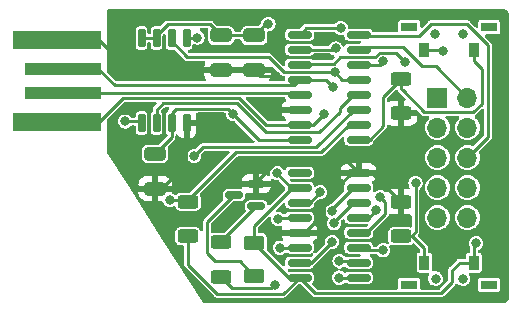
<source format=gtl>
G04 #@! TF.GenerationSoftware,KiCad,Pcbnew,6.0.8-f2edbf62ab~116~ubuntu22.04.1*
G04 #@! TF.CreationDate,2022-11-21T22:24:26-03:00*
G04 #@! TF.ProjectId,pip,7069702e-6b69-4636-9164-5f7063625858,rev?*
G04 #@! TF.SameCoordinates,Original*
G04 #@! TF.FileFunction,Copper,L1,Top*
G04 #@! TF.FilePolarity,Positive*
%FSLAX46Y46*%
G04 Gerber Fmt 4.6, Leading zero omitted, Abs format (unit mm)*
G04 Created by KiCad (PCBNEW 6.0.8-f2edbf62ab~116~ubuntu22.04.1) date 2022-11-21 22:24:26*
%MOMM*%
%LPD*%
G01*
G04 APERTURE LIST*
G04 Aperture macros list*
%AMRoundRect*
0 Rectangle with rounded corners*
0 $1 Rounding radius*
0 $2 $3 $4 $5 $6 $7 $8 $9 X,Y pos of 4 corners*
0 Add a 4 corners polygon primitive as box body*
4,1,4,$2,$3,$4,$5,$6,$7,$8,$9,$2,$3,0*
0 Add four circle primitives for the rounded corners*
1,1,$1+$1,$2,$3*
1,1,$1+$1,$4,$5*
1,1,$1+$1,$6,$7*
1,1,$1+$1,$8,$9*
0 Add four rect primitives between the rounded corners*
20,1,$1+$1,$2,$3,$4,$5,0*
20,1,$1+$1,$4,$5,$6,$7,0*
20,1,$1+$1,$6,$7,$8,$9,0*
20,1,$1+$1,$8,$9,$2,$3,0*%
G04 Aperture macros list end*
G04 #@! TA.AperFunction,WasherPad*
%ADD10C,0.800000*%
G04 #@! TD*
G04 #@! TA.AperFunction,SMDPad,CuDef*
%ADD11R,0.900000X1.270000*%
G04 #@! TD*
G04 #@! TA.AperFunction,SMDPad,CuDef*
%ADD12R,1.450000X0.800000*%
G04 #@! TD*
G04 #@! TA.AperFunction,ComponentPad*
%ADD13R,1.700000X1.700000*%
G04 #@! TD*
G04 #@! TA.AperFunction,ComponentPad*
%ADD14O,1.700000X1.700000*%
G04 #@! TD*
G04 #@! TA.AperFunction,SMDPad,CuDef*
%ADD15RoundRect,0.250000X-0.650000X0.325000X-0.650000X-0.325000X0.650000X-0.325000X0.650000X0.325000X0*%
G04 #@! TD*
G04 #@! TA.AperFunction,SMDPad,CuDef*
%ADD16RoundRect,0.250000X0.625000X-0.312500X0.625000X0.312500X-0.625000X0.312500X-0.625000X-0.312500X0*%
G04 #@! TD*
G04 #@! TA.AperFunction,SMDPad,CuDef*
%ADD17RoundRect,0.250000X0.650000X-0.325000X0.650000X0.325000X-0.650000X0.325000X-0.650000X-0.325000X0*%
G04 #@! TD*
G04 #@! TA.AperFunction,SMDPad,CuDef*
%ADD18RoundRect,0.150000X0.150000X-0.650000X0.150000X0.650000X-0.150000X0.650000X-0.150000X-0.650000X0*%
G04 #@! TD*
G04 #@! TA.AperFunction,SMDPad,CuDef*
%ADD19R,7.498080X1.498600*%
G04 #@! TD*
G04 #@! TA.AperFunction,SMDPad,CuDef*
%ADD20R,6.499860X0.998220*%
G04 #@! TD*
G04 #@! TA.AperFunction,SMDPad,CuDef*
%ADD21RoundRect,0.250000X-0.625000X0.312500X-0.625000X-0.312500X0.625000X-0.312500X0.625000X0.312500X0*%
G04 #@! TD*
G04 #@! TA.AperFunction,SMDPad,CuDef*
%ADD22RoundRect,0.150000X0.850000X0.150000X-0.850000X0.150000X-0.850000X-0.150000X0.850000X-0.150000X0*%
G04 #@! TD*
G04 #@! TA.AperFunction,SMDPad,CuDef*
%ADD23RoundRect,0.250000X0.625000X-0.375000X0.625000X0.375000X-0.625000X0.375000X-0.625000X-0.375000X0*%
G04 #@! TD*
G04 #@! TA.AperFunction,SMDPad,CuDef*
%ADD24RoundRect,0.150000X0.587500X0.150000X-0.587500X0.150000X-0.587500X-0.150000X0.587500X-0.150000X0*%
G04 #@! TD*
G04 #@! TA.AperFunction,ViaPad*
%ADD25C,0.800000*%
G04 #@! TD*
G04 #@! TA.AperFunction,Conductor*
%ADD26C,0.250000*%
G04 #@! TD*
G04 APERTURE END LIST*
D10*
X153788000Y-81076800D03*
X156088400Y-81076800D03*
D11*
X157040000Y-82419000D03*
X152840000Y-82419000D03*
D12*
X158315000Y-80534000D03*
X151565000Y-80534000D03*
D13*
X153956000Y-86487000D03*
D14*
X153956000Y-89027000D03*
X153956000Y-91567000D03*
X153956000Y-94107000D03*
X153956000Y-96647000D03*
X156496000Y-96647000D03*
X156496000Y-94107000D03*
X156496000Y-91567000D03*
X156496000Y-89027000D03*
X156496000Y-86487000D03*
D15*
X135636000Y-81223000D03*
X135636000Y-84173000D03*
D16*
X150876000Y-87822500D03*
X150876000Y-84897500D03*
D17*
X130048000Y-94185000D03*
X130048000Y-91235000D03*
D18*
X128905000Y-88648000D03*
X130175000Y-88648000D03*
X131445000Y-88648000D03*
X132715000Y-88648000D03*
X132715000Y-81448000D03*
X131445000Y-81448000D03*
X130175000Y-81448000D03*
X128905000Y-81448000D03*
D16*
X135636000Y-101664500D03*
X135636000Y-98739500D03*
D19*
X121721880Y-88579180D03*
X121721880Y-81584020D03*
D20*
X122219720Y-86079820D03*
X122219720Y-84083380D03*
D15*
X138438000Y-81223000D03*
X138438000Y-84173000D03*
D21*
X150876000Y-95311500D03*
X150876000Y-98236500D03*
D10*
X156092000Y-101803200D03*
X153791600Y-101803200D03*
D11*
X152840000Y-100461000D03*
X157040000Y-100461000D03*
D12*
X151565000Y-102346000D03*
X158315000Y-102346000D03*
D22*
X147280000Y-90043000D03*
X147280000Y-88773000D03*
X147280000Y-87503000D03*
X147280000Y-86233000D03*
X147280000Y-84963000D03*
X147280000Y-83693000D03*
X147280000Y-82423000D03*
X147280000Y-81153000D03*
X142280000Y-81153000D03*
X142280000Y-82423000D03*
X142280000Y-83693000D03*
X142280000Y-84963000D03*
X142280000Y-86233000D03*
X142280000Y-87503000D03*
X142280000Y-88773000D03*
X142280000Y-90043000D03*
D16*
X132842000Y-98236500D03*
X132842000Y-95311500D03*
D22*
X147280000Y-101727000D03*
X147280000Y-100457000D03*
X147280000Y-99187000D03*
X147280000Y-97917000D03*
X147280000Y-96647000D03*
X147280000Y-95377000D03*
X147280000Y-94107000D03*
X147280000Y-92837000D03*
X142280000Y-92837000D03*
X142280000Y-94107000D03*
X142280000Y-95377000D03*
X142280000Y-96647000D03*
X142280000Y-97917000D03*
X142280000Y-99187000D03*
X142280000Y-100457000D03*
X142280000Y-101727000D03*
D23*
X138430000Y-101562000D03*
X138430000Y-98762000D03*
D24*
X138605500Y-95692000D03*
X138605500Y-93792000D03*
X136730500Y-94742000D03*
D25*
X140376200Y-92895800D03*
X157226000Y-98806000D03*
X154432000Y-82550000D03*
X136652000Y-87884000D03*
X139641900Y-80239600D03*
X141147200Y-91844100D03*
X139700000Y-87376000D03*
X140273700Y-84691200D03*
X144345700Y-87887100D03*
X149353100Y-83397100D03*
X145147800Y-85598000D03*
X145042300Y-98699200D03*
X145639500Y-101727000D03*
X145657000Y-100307200D03*
X149354300Y-99419200D03*
X149107000Y-94894000D03*
X148759500Y-96041200D03*
X145178600Y-97131200D03*
X145064800Y-96112000D03*
X140208000Y-102362000D03*
X131302500Y-95165600D03*
X127531300Y-88504600D03*
X152097000Y-93720400D03*
X145763900Y-80587500D03*
X144018000Y-94488000D03*
X145249600Y-84328700D03*
X145343700Y-82322000D03*
X140462000Y-96774000D03*
X140607100Y-99187000D03*
X133631500Y-81399000D03*
X133361800Y-91439700D03*
X151220800Y-83445600D03*
D26*
X131113000Y-80289900D02*
X130175000Y-81227900D01*
X141576300Y-94107000D02*
X141576300Y-94212900D01*
X138430000Y-98762000D02*
X141395000Y-101727000D01*
X138438000Y-81223000D02*
X139421300Y-80239700D01*
X131445000Y-89838000D02*
X130048000Y-91235000D01*
X139421300Y-80239700D02*
X139641900Y-80239700D01*
X138430000Y-98060600D02*
X138430000Y-98292700D01*
X131781500Y-87420500D02*
X136188500Y-87420500D01*
X142280000Y-94107000D02*
X141576300Y-94107000D01*
X138811000Y-90043000D02*
X142280000Y-90043000D01*
X138430000Y-97359200D02*
X138430000Y-98060600D01*
X138430000Y-98060600D02*
X138430000Y-98762000D01*
X135307827Y-103087000D02*
X140920000Y-103087000D01*
X152840000Y-82419000D02*
X154301000Y-82419000D01*
X155825000Y-100461000D02*
X157040000Y-100461000D01*
X155194000Y-102108000D02*
X155194000Y-101092000D01*
X141576300Y-94107000D02*
X140376200Y-92906900D01*
X135636000Y-81223000D02*
X134702900Y-80289900D01*
X154301000Y-82419000D02*
X154432000Y-82550000D01*
X154231000Y-103071000D02*
X155194000Y-102108000D01*
X140376200Y-92906900D02*
X140376200Y-92895800D01*
X130175000Y-81227900D02*
X130175000Y-81448000D01*
X141576300Y-94212900D02*
X138430000Y-97359200D01*
X128905000Y-81448000D02*
X130175000Y-81448000D01*
X143624000Y-103071000D02*
X154231000Y-103071000D01*
X155194000Y-101092000D02*
X155825000Y-100461000D01*
X132842000Y-100621173D02*
X135307827Y-103087000D01*
X141395000Y-101727000D02*
X142280000Y-101727000D01*
X131445000Y-87757000D02*
X131781500Y-87420500D01*
X136188500Y-87420500D02*
X136652000Y-87884000D01*
X142280000Y-101727000D02*
X143624000Y-103071000D01*
X157040000Y-98992000D02*
X157226000Y-98806000D01*
X131445000Y-88648000D02*
X131445000Y-87757000D01*
X132842000Y-98236500D02*
X132842000Y-100621173D01*
X139641900Y-80239700D02*
X139641900Y-80239600D01*
X131445000Y-88648000D02*
X131445000Y-89838000D01*
X157040000Y-100461000D02*
X157040000Y-98992000D01*
X140920000Y-103087000D02*
X142280000Y-101727000D01*
X135636000Y-81223000D02*
X138438000Y-81223000D01*
X136652000Y-87884000D02*
X138811000Y-90043000D01*
X134702900Y-80289900D02*
X131113000Y-80289900D01*
X144339800Y-95191505D02*
X146694305Y-92837000D01*
X135636000Y-84173000D02*
X127868600Y-84173000D01*
X130048000Y-94185000D02*
X130048000Y-95250000D01*
X144339800Y-96258951D02*
X144339800Y-95191505D01*
X139827000Y-87503000D02*
X139700000Y-87376000D01*
X134112000Y-96266000D02*
X134874000Y-95504000D01*
X142280000Y-97917000D02*
X142681751Y-97917000D01*
X140402500Y-91844100D02*
X138605500Y-93641100D01*
X140273700Y-84691200D02*
X138956200Y-84691200D01*
X141147200Y-91844100D02*
X146287100Y-91844100D01*
X146287100Y-91844100D02*
X147280000Y-92837000D01*
X130048000Y-95250000D02*
X131064000Y-96266000D01*
X125229620Y-81534020D02*
X127868600Y-84173000D01*
X150876000Y-87822500D02*
X150876000Y-95311500D01*
X134874000Y-94742000D02*
X135824000Y-93792000D01*
X132636700Y-88726300D02*
X132636700Y-92125700D01*
X130577400Y-94185000D02*
X130048000Y-94185000D01*
X142280000Y-87503000D02*
X139827000Y-87503000D01*
X135824000Y-93792000D02*
X138605500Y-93792000D01*
X132636700Y-92125700D02*
X130577400Y-94185000D01*
X138605500Y-93641100D02*
X138605500Y-93792000D01*
X121721880Y-81534020D02*
X125229620Y-81534020D01*
X138438000Y-84173000D02*
X135636000Y-84173000D01*
X146694305Y-92837000D02*
X147280000Y-92837000D01*
X131064000Y-96266000D02*
X134112000Y-96266000D01*
X148401500Y-92837000D02*
X147280000Y-92837000D01*
X134874000Y-95504000D02*
X134874000Y-94742000D01*
X138956200Y-84691200D02*
X138438000Y-84173000D01*
X132715000Y-88648000D02*
X132636700Y-88726300D01*
X142681751Y-97917000D02*
X144339800Y-96258951D01*
X150876000Y-95311500D02*
X148401500Y-92837000D01*
X141147200Y-91844100D02*
X140402500Y-91844100D01*
X127347500Y-86520500D02*
X137194896Y-86520500D01*
X144345700Y-87887100D02*
X143459800Y-88773000D01*
X125338820Y-88529180D02*
X127347500Y-86520500D01*
X121721880Y-88529180D02*
X125338820Y-88529180D01*
X139447396Y-88773000D02*
X142280000Y-88773000D01*
X137194896Y-86520500D02*
X139447396Y-88773000D01*
X143459800Y-88773000D02*
X142280000Y-88773000D01*
X147280000Y-83693000D02*
X149057200Y-83693000D01*
X149057200Y-83693000D02*
X149353100Y-83397100D01*
X137198000Y-100330000D02*
X138430000Y-101562000D01*
X134436000Y-97036500D02*
X134436000Y-99638000D01*
X135128000Y-100330000D02*
X137198000Y-100330000D01*
X134436000Y-99638000D02*
X135128000Y-100330000D01*
X136730500Y-94742000D02*
X134436000Y-97036500D01*
X141815300Y-85427700D02*
X142280000Y-84963000D01*
X126622600Y-85427700D02*
X141815300Y-85427700D01*
X122219720Y-84033380D02*
X125228280Y-84033380D01*
X144512800Y-84963000D02*
X145147800Y-85598000D01*
X142280000Y-84963000D02*
X144512800Y-84963000D01*
X125228280Y-84033380D02*
X126622600Y-85427700D01*
X135636000Y-98661500D02*
X138605500Y-95692000D01*
X135636000Y-98739500D02*
X135636000Y-98661500D01*
X145042300Y-98699200D02*
X143284500Y-100457000D01*
X143284500Y-100457000D02*
X142280000Y-100457000D01*
X147280000Y-101727000D02*
X145639500Y-101727000D01*
X147280000Y-100457000D02*
X147130200Y-100307200D01*
X147130200Y-100307200D02*
X145657000Y-100307200D01*
X149354300Y-99419200D02*
X147512200Y-99419200D01*
X147512200Y-99419200D02*
X147280000Y-99187000D01*
X149534800Y-96330400D02*
X149534800Y-95321800D01*
X149534800Y-95321800D02*
X149107000Y-94894000D01*
X147280000Y-97917000D02*
X147948200Y-97917000D01*
X147948200Y-97917000D02*
X149534800Y-96330400D01*
X148153700Y-96647000D02*
X148759500Y-96041200D01*
X147280000Y-96647000D02*
X148153700Y-96647000D01*
X145178600Y-97131200D02*
X145178600Y-97043300D01*
X146844900Y-95377000D02*
X147280000Y-95377000D01*
X145178600Y-97043300D02*
X146844900Y-95377000D01*
X146838600Y-94107000D02*
X147280000Y-94107000D01*
X136587500Y-102616000D02*
X139954000Y-102616000D01*
X145064800Y-95880800D02*
X146838600Y-94107000D01*
X135636000Y-101664500D02*
X136587500Y-102616000D01*
X145064800Y-96112000D02*
X145064800Y-95880800D01*
X132842000Y-95165600D02*
X131302500Y-95165600D01*
X132842000Y-95311500D02*
X132842000Y-95165600D01*
X146431000Y-88773000D02*
X144085100Y-91118900D01*
X136888700Y-91118900D02*
X132842000Y-95165600D01*
X147280000Y-88773000D02*
X146431000Y-88773000D01*
X144085100Y-91118900D02*
X136888700Y-91118900D01*
X127531300Y-88504600D02*
X128761600Y-88504600D01*
X128761600Y-88504600D02*
X128905000Y-88648000D01*
X142845500Y-80587500D02*
X145763900Y-80587500D01*
X152840000Y-99246000D02*
X151830500Y-98236500D01*
X151830500Y-98236500D02*
X150876000Y-98236500D01*
X142280000Y-81153000D02*
X142845500Y-80587500D01*
X152097000Y-97839000D02*
X152097000Y-93720400D01*
X151699500Y-98236500D02*
X152097000Y-97839000D01*
X152840000Y-100461000D02*
X152840000Y-99246000D01*
X150876000Y-98236500D02*
X151699500Y-98236500D01*
X156988400Y-87705000D02*
X157686800Y-87006600D01*
X150876000Y-85736400D02*
X151023600Y-85884000D01*
X149352000Y-86421500D02*
X149352000Y-88900000D01*
X157686800Y-84025900D02*
X157040000Y-83379100D01*
X157686800Y-87006600D02*
X157686800Y-84025900D01*
X148209000Y-90043000D02*
X147280000Y-90043000D01*
X151023600Y-85884000D02*
X152844600Y-87705000D01*
X157040000Y-82419000D02*
X157040000Y-83379100D01*
X152844600Y-87705000D02*
X156988400Y-87705000D01*
X150876000Y-84897500D02*
X149352000Y-86421500D01*
X150876000Y-84897500D02*
X150876000Y-85736400D01*
X149352000Y-88900000D02*
X148209000Y-90043000D01*
X132764200Y-83048800D02*
X139656800Y-83048800D01*
X142280000Y-95377000D02*
X143129000Y-95377000D01*
X139656800Y-83048800D02*
X140936700Y-84328700D01*
X131445000Y-81729600D02*
X132764200Y-83048800D01*
X131445000Y-81448000D02*
X131445000Y-81729600D01*
X143129000Y-95377000D02*
X144018000Y-94488000D01*
X145883900Y-84963000D02*
X145249600Y-84328700D01*
X147280000Y-84963000D02*
X145883900Y-84963000D01*
X140936700Y-84328700D02*
X145249600Y-84328700D01*
X140589000Y-96647000D02*
X140462000Y-96774000D01*
X145242700Y-82423000D02*
X145343700Y-82322000D01*
X142280000Y-96647000D02*
X140589000Y-96647000D01*
X142280000Y-82423000D02*
X145242700Y-82423000D01*
X143712449Y-90668800D02*
X134132700Y-90668800D01*
X132764000Y-81399000D02*
X133631500Y-81399000D01*
X132715000Y-81448000D02*
X132764000Y-81399000D01*
X146546400Y-87503000D02*
X147280000Y-87503000D01*
X147280000Y-87503000D02*
X146878249Y-87503000D01*
X134132700Y-90668800D02*
X133361800Y-91439700D01*
X146878249Y-87503000D02*
X143712449Y-90668800D01*
X142280000Y-99187000D02*
X140607100Y-99187000D01*
X145671900Y-87390300D02*
X146829200Y-86233000D01*
X137008500Y-86970500D02*
X139446000Y-89408000D01*
X139446000Y-89408000D02*
X143936400Y-89408000D01*
X143936400Y-89408000D02*
X145671900Y-87672500D01*
X130175000Y-87503000D02*
X130707500Y-86970500D01*
X130175000Y-88648000D02*
X130175000Y-87503000D01*
X130707500Y-86970500D02*
X137008500Y-86970500D01*
X145671900Y-87672500D02*
X145671900Y-87390300D01*
X146829200Y-86233000D02*
X147280000Y-86233000D01*
X152654000Y-83820000D02*
X151056100Y-82222100D01*
X151056100Y-82222100D02*
X147480900Y-82222100D01*
X156496000Y-86487000D02*
X153829000Y-83820000D01*
X153829000Y-83820000D02*
X152654000Y-83820000D01*
X147480900Y-82222100D02*
X147280000Y-82423000D01*
X153423500Y-80264000D02*
X156443800Y-80264000D01*
X147280000Y-81153000D02*
X147386200Y-81259200D01*
X158215400Y-82035600D02*
X158215400Y-89847600D01*
X152428300Y-81259200D02*
X153423500Y-80264000D01*
X147386200Y-81259200D02*
X152428300Y-81259200D01*
X158215400Y-89847600D02*
X156496000Y-91567000D01*
X156443800Y-80264000D02*
X158215400Y-82035600D01*
X142280000Y-83693000D02*
X142369300Y-83603700D01*
X149052795Y-82672100D02*
X150447300Y-82672100D01*
X142369300Y-83603700D02*
X145189549Y-83603700D01*
X148666895Y-83058000D02*
X149052795Y-82672100D01*
X145189549Y-83603700D02*
X145735249Y-83058000D01*
X150447300Y-82672100D02*
X151220800Y-83445600D01*
X145735249Y-83058000D02*
X148666895Y-83058000D01*
X122229040Y-86070500D02*
X142117500Y-86070500D01*
X122219720Y-86079820D02*
X122229040Y-86070500D01*
X142117500Y-86070500D02*
X142280000Y-86233000D01*
G04 #@! TA.AperFunction,Conductor*
G36*
X159519025Y-78995792D02*
G01*
X159524387Y-78996396D01*
X159563557Y-79000810D01*
X159565892Y-79001096D01*
X159600950Y-79005711D01*
X159617153Y-79007844D01*
X159642321Y-79013837D01*
X159651204Y-79016945D01*
X159685745Y-79029032D01*
X159692345Y-79031551D01*
X159735038Y-79049235D01*
X159753855Y-79058956D01*
X159793576Y-79083914D01*
X159803244Y-79090639D01*
X159839210Y-79118236D01*
X159851602Y-79129104D01*
X159884896Y-79162398D01*
X159895764Y-79174790D01*
X159923361Y-79210756D01*
X159930086Y-79220424D01*
X159955044Y-79260145D01*
X159964765Y-79278962D01*
X159982449Y-79321655D01*
X159984968Y-79328255D01*
X160000163Y-79371677D01*
X160006157Y-79396851D01*
X160012904Y-79448108D01*
X160013190Y-79450443D01*
X160018208Y-79494974D01*
X160019000Y-79509083D01*
X160019000Y-103370917D01*
X160018208Y-103385026D01*
X160013190Y-103429557D01*
X160012904Y-103431892D01*
X160006157Y-103483149D01*
X160000163Y-103508323D01*
X159984968Y-103551745D01*
X159982449Y-103558345D01*
X159964765Y-103601038D01*
X159955044Y-103619855D01*
X159930086Y-103659576D01*
X159923361Y-103669244D01*
X159895764Y-103705210D01*
X159884896Y-103717602D01*
X159851602Y-103750896D01*
X159839210Y-103761764D01*
X159803244Y-103789361D01*
X159793576Y-103796086D01*
X159753855Y-103821044D01*
X159735038Y-103830765D01*
X159692345Y-103848449D01*
X159685745Y-103850968D01*
X159651204Y-103863055D01*
X159642321Y-103866163D01*
X159617153Y-103872156D01*
X159600950Y-103874289D01*
X159565892Y-103878904D01*
X159563557Y-103879190D01*
X159524387Y-103883604D01*
X159519025Y-103884208D01*
X159504917Y-103885000D01*
X134181502Y-103885000D01*
X134113381Y-103864998D01*
X134075376Y-103826921D01*
X133992461Y-103697365D01*
X130731962Y-98602834D01*
X131766500Y-98602834D01*
X131769481Y-98634369D01*
X131814366Y-98762184D01*
X131819958Y-98769754D01*
X131819959Y-98769757D01*
X131862717Y-98827646D01*
X131894850Y-98871150D01*
X131902420Y-98876741D01*
X131902421Y-98876742D01*
X131996243Y-98946041D01*
X131996246Y-98946042D01*
X132003816Y-98951634D01*
X132131631Y-98996519D01*
X132139277Y-98997242D01*
X132139278Y-98997242D01*
X132145248Y-98997806D01*
X132163166Y-98999500D01*
X132390500Y-98999500D01*
X132458621Y-99019502D01*
X132505114Y-99073158D01*
X132516500Y-99125500D01*
X132516500Y-100601463D01*
X132516020Y-100612445D01*
X132513993Y-100635617D01*
X132512736Y-100649980D01*
X132519575Y-100675502D01*
X132522491Y-100686383D01*
X132524870Y-100697115D01*
X132531412Y-100734218D01*
X132536923Y-100743763D01*
X132538115Y-100747039D01*
X132539592Y-100750207D01*
X132542446Y-100760857D01*
X132548770Y-100769888D01*
X132564055Y-100791717D01*
X132569961Y-100800988D01*
X132577390Y-100813855D01*
X132588806Y-100833628D01*
X132610446Y-100851786D01*
X132617682Y-100857858D01*
X132625785Y-100865284D01*
X135063716Y-103303215D01*
X135071142Y-103311318D01*
X135095372Y-103340194D01*
X135104921Y-103345707D01*
X135128012Y-103359039D01*
X135137283Y-103364945D01*
X135168143Y-103386554D01*
X135178793Y-103389408D01*
X135181961Y-103390885D01*
X135185237Y-103392077D01*
X135194782Y-103397588D01*
X135228526Y-103403538D01*
X135231885Y-103404130D01*
X135242612Y-103406508D01*
X135279020Y-103416264D01*
X135290005Y-103415303D01*
X135290007Y-103415303D01*
X135316555Y-103412980D01*
X135327537Y-103412500D01*
X140900290Y-103412500D01*
X140911272Y-103412980D01*
X140937820Y-103415303D01*
X140937822Y-103415303D01*
X140948807Y-103416264D01*
X140985215Y-103406508D01*
X140995942Y-103404130D01*
X140999301Y-103403538D01*
X141033045Y-103397588D01*
X141042590Y-103392077D01*
X141045866Y-103390885D01*
X141049034Y-103389408D01*
X141059684Y-103386554D01*
X141090544Y-103364945D01*
X141099815Y-103359039D01*
X141122906Y-103345707D01*
X141132455Y-103340194D01*
X141156685Y-103311317D01*
X141164111Y-103303215D01*
X141695510Y-102771816D01*
X142190907Y-102276420D01*
X142253217Y-102242395D01*
X142324032Y-102247460D01*
X142369095Y-102276421D01*
X143379889Y-103287215D01*
X143387315Y-103295318D01*
X143411545Y-103324194D01*
X143421094Y-103329707D01*
X143444185Y-103343039D01*
X143453456Y-103348945D01*
X143484316Y-103370554D01*
X143494966Y-103373408D01*
X143498134Y-103374885D01*
X143501410Y-103376077D01*
X143510955Y-103381588D01*
X143544699Y-103387538D01*
X143548058Y-103388130D01*
X143558785Y-103390508D01*
X143595193Y-103400264D01*
X143606178Y-103399303D01*
X143606180Y-103399303D01*
X143632728Y-103396980D01*
X143643710Y-103396500D01*
X154211290Y-103396500D01*
X154222272Y-103396980D01*
X154248820Y-103399303D01*
X154248822Y-103399303D01*
X154259807Y-103400264D01*
X154296215Y-103390508D01*
X154306942Y-103388130D01*
X154310301Y-103387538D01*
X154344045Y-103381588D01*
X154353590Y-103376077D01*
X154356866Y-103374885D01*
X154360034Y-103373408D01*
X154370684Y-103370554D01*
X154401544Y-103348945D01*
X154410815Y-103343039D01*
X154433906Y-103329707D01*
X154443455Y-103324194D01*
X154467685Y-103295317D01*
X154475111Y-103287215D01*
X154996578Y-102765748D01*
X157389500Y-102765748D01*
X157401133Y-102824231D01*
X157445448Y-102890552D01*
X157511769Y-102934867D01*
X157523938Y-102937288D01*
X157523939Y-102937288D01*
X157564184Y-102945293D01*
X157570252Y-102946500D01*
X159059748Y-102946500D01*
X159065816Y-102945293D01*
X159106061Y-102937288D01*
X159106062Y-102937288D01*
X159118231Y-102934867D01*
X159184552Y-102890552D01*
X159228867Y-102824231D01*
X159240500Y-102765748D01*
X159240500Y-101926252D01*
X159228867Y-101867769D01*
X159184552Y-101801448D01*
X159118231Y-101757133D01*
X159106062Y-101754712D01*
X159106061Y-101754712D01*
X159065816Y-101746707D01*
X159059748Y-101745500D01*
X157570252Y-101745500D01*
X157564184Y-101746707D01*
X157523939Y-101754712D01*
X157523938Y-101754712D01*
X157511769Y-101757133D01*
X157445448Y-101801448D01*
X157401133Y-101867769D01*
X157389500Y-101926252D01*
X157389500Y-102765748D01*
X154996578Y-102765748D01*
X155410215Y-102352111D01*
X155418319Y-102344684D01*
X155438749Y-102327541D01*
X155447194Y-102320455D01*
X155463726Y-102291820D01*
X155515106Y-102242828D01*
X155584819Y-102229390D01*
X155650731Y-102255776D01*
X155659098Y-102262970D01*
X155689822Y-102291822D01*
X155717864Y-102318155D01*
X155857682Y-102395020D01*
X156012223Y-102434700D01*
X156131730Y-102434700D01*
X156135655Y-102434204D01*
X156135658Y-102434204D01*
X156242437Y-102420715D01*
X156242439Y-102420715D01*
X156250296Y-102419722D01*
X156331126Y-102387719D01*
X156391276Y-102363904D01*
X156391278Y-102363903D01*
X156398645Y-102360986D01*
X156408520Y-102353812D01*
X156521313Y-102271862D01*
X156527727Y-102267202D01*
X156629431Y-102144264D01*
X156697366Y-101999895D01*
X156719519Y-101883762D01*
X156725778Y-101850953D01*
X156725778Y-101850951D01*
X156727263Y-101843167D01*
X156717244Y-101683928D01*
X156712843Y-101670381D01*
X156681903Y-101575157D01*
X156667940Y-101532183D01*
X156641179Y-101490015D01*
X156621566Y-101421781D01*
X156641956Y-101353776D01*
X156695877Y-101307590D01*
X156747564Y-101296500D01*
X157509748Y-101296500D01*
X157523850Y-101293695D01*
X157556061Y-101287288D01*
X157556062Y-101287288D01*
X157568231Y-101284867D01*
X157634552Y-101240552D01*
X157678867Y-101174231D01*
X157685882Y-101138967D01*
X157689293Y-101121816D01*
X157690500Y-101115748D01*
X157690500Y-99806252D01*
X157685808Y-99782664D01*
X157681288Y-99759939D01*
X157681288Y-99759938D01*
X157678867Y-99747769D01*
X157634552Y-99681448D01*
X157568231Y-99637133D01*
X157556062Y-99634712D01*
X157556061Y-99634712D01*
X157515816Y-99626707D01*
X157509748Y-99625500D01*
X157491500Y-99625500D01*
X157423379Y-99605498D01*
X157376886Y-99551842D01*
X157365500Y-99499500D01*
X157365500Y-99482385D01*
X157385502Y-99414264D01*
X157443282Y-99365976D01*
X157470574Y-99354671D01*
X157528841Y-99330536D01*
X157654282Y-99234282D01*
X157659950Y-99226896D01*
X157695328Y-99180790D01*
X157750536Y-99108841D01*
X157811044Y-98962762D01*
X157813439Y-98944574D01*
X157830604Y-98814188D01*
X157831682Y-98806000D01*
X157817097Y-98695216D01*
X157812122Y-98657426D01*
X157811044Y-98649238D01*
X157750536Y-98503159D01*
X157654282Y-98377718D01*
X157528841Y-98281464D01*
X157382762Y-98220956D01*
X157226000Y-98200318D01*
X157069238Y-98220956D01*
X156923159Y-98281464D01*
X156797718Y-98377718D01*
X156701464Y-98503159D01*
X156640956Y-98649238D01*
X156639878Y-98657426D01*
X156634903Y-98695216D01*
X156620318Y-98806000D01*
X156621396Y-98814188D01*
X156638562Y-98944574D01*
X156640956Y-98962762D01*
X156644116Y-98970391D01*
X156701464Y-99108841D01*
X156700130Y-99109394D01*
X156714500Y-99163026D01*
X156714500Y-99499500D01*
X156694498Y-99567621D01*
X156640842Y-99614114D01*
X156588500Y-99625500D01*
X156570252Y-99625500D01*
X156564184Y-99626707D01*
X156523939Y-99634712D01*
X156523938Y-99634712D01*
X156511769Y-99637133D01*
X156445448Y-99681448D01*
X156401133Y-99747769D01*
X156398712Y-99759938D01*
X156398712Y-99759939D01*
X156394192Y-99782664D01*
X156389500Y-99806252D01*
X156389500Y-100009500D01*
X156369498Y-100077621D01*
X156315842Y-100124114D01*
X156263500Y-100135500D01*
X155844710Y-100135500D01*
X155833728Y-100135020D01*
X155807180Y-100132697D01*
X155807178Y-100132697D01*
X155796193Y-100131736D01*
X155759785Y-100141492D01*
X155749058Y-100143870D01*
X155745699Y-100144462D01*
X155711955Y-100150412D01*
X155702410Y-100155923D01*
X155699134Y-100157115D01*
X155695966Y-100158592D01*
X155685316Y-100161446D01*
X155676285Y-100167770D01*
X155654456Y-100183055D01*
X155645185Y-100188961D01*
X155622094Y-100202293D01*
X155612545Y-100207806D01*
X155605459Y-100216251D01*
X155588315Y-100236682D01*
X155580889Y-100244785D01*
X154977785Y-100847889D01*
X154969681Y-100855316D01*
X154940806Y-100879545D01*
X154935293Y-100889094D01*
X154921961Y-100912185D01*
X154916055Y-100921456D01*
X154894446Y-100952316D01*
X154891592Y-100962966D01*
X154890115Y-100966134D01*
X154888923Y-100969410D01*
X154883412Y-100978955D01*
X154879416Y-101001621D01*
X154876870Y-101016058D01*
X154874492Y-101026785D01*
X154864736Y-101063193D01*
X154865697Y-101074178D01*
X154865697Y-101074180D01*
X154868020Y-101100728D01*
X154868500Y-101111710D01*
X154868500Y-101920984D01*
X154848498Y-101989105D01*
X154831595Y-102010079D01*
X154453955Y-102387719D01*
X154392318Y-102421376D01*
X154375416Y-102464789D01*
X154364731Y-102476943D01*
X154133079Y-102708595D01*
X154070767Y-102742621D01*
X154043984Y-102745500D01*
X152616500Y-102745500D01*
X152548379Y-102725498D01*
X152501886Y-102671842D01*
X152490500Y-102619500D01*
X152490500Y-101926252D01*
X152478867Y-101867769D01*
X152434552Y-101801448D01*
X152368231Y-101757133D01*
X152356062Y-101754712D01*
X152356061Y-101754712D01*
X152315816Y-101746707D01*
X152309748Y-101745500D01*
X150820252Y-101745500D01*
X150814184Y-101746707D01*
X150773939Y-101754712D01*
X150773938Y-101754712D01*
X150761769Y-101757133D01*
X150695448Y-101801448D01*
X150651133Y-101867769D01*
X150639500Y-101926252D01*
X150639500Y-102619500D01*
X150619498Y-102687621D01*
X150565842Y-102734114D01*
X150513500Y-102745500D01*
X143811016Y-102745500D01*
X143742895Y-102725498D01*
X143721921Y-102708595D01*
X143347143Y-102333817D01*
X143313117Y-102271505D01*
X143318182Y-102200690D01*
X143347065Y-102155704D01*
X143352576Y-102150184D01*
X143419293Y-102083350D01*
X143426225Y-102069170D01*
X143452839Y-102014722D01*
X143470536Y-101978518D01*
X143477612Y-101930013D01*
X143479840Y-101914744D01*
X143479840Y-101914740D01*
X143480500Y-101910218D01*
X143480500Y-101727000D01*
X145033818Y-101727000D01*
X145054456Y-101883762D01*
X145114964Y-102029841D01*
X145164028Y-102093782D01*
X145204532Y-102146568D01*
X145211218Y-102155282D01*
X145336659Y-102251536D01*
X145482738Y-102312044D01*
X145639500Y-102332682D01*
X145647688Y-102331604D01*
X145788074Y-102313122D01*
X145796262Y-102312044D01*
X145942341Y-102251536D01*
X146062886Y-102159039D01*
X146129107Y-102133439D01*
X146198655Y-102147704D01*
X146212759Y-102156424D01*
X146216279Y-102158935D01*
X146223650Y-102166293D01*
X146233003Y-102170865D01*
X146233006Y-102170867D01*
X146287716Y-102197609D01*
X146328482Y-102217536D01*
X146352535Y-102221045D01*
X146392256Y-102226840D01*
X146392260Y-102226840D01*
X146396782Y-102227500D01*
X148163218Y-102227500D01*
X148167768Y-102226830D01*
X148167771Y-102226830D01*
X148222426Y-102218784D01*
X148222427Y-102218784D01*
X148232112Y-102217358D01*
X148326804Y-102170867D01*
X148327507Y-102170522D01*
X148327509Y-102170521D01*
X148336855Y-102165932D01*
X148419293Y-102083350D01*
X148426225Y-102069170D01*
X148452839Y-102014722D01*
X148470536Y-101978518D01*
X148477612Y-101930013D01*
X148479840Y-101914744D01*
X148479840Y-101914740D01*
X148480500Y-101910218D01*
X148480500Y-101543782D01*
X148478793Y-101532183D01*
X148471784Y-101484574D01*
X148471784Y-101484573D01*
X148470358Y-101474888D01*
X148432347Y-101397468D01*
X148423522Y-101379493D01*
X148423521Y-101379491D01*
X148418932Y-101370145D01*
X148352965Y-101304293D01*
X148343721Y-101295065D01*
X148343720Y-101295065D01*
X148336350Y-101287707D01*
X148316439Y-101277974D01*
X148278407Y-101259384D01*
X148231518Y-101236464D01*
X148188848Y-101230239D01*
X148167744Y-101227160D01*
X148167740Y-101227160D01*
X148163218Y-101226500D01*
X146396782Y-101226500D01*
X146392232Y-101227170D01*
X146392229Y-101227170D01*
X146337574Y-101235216D01*
X146337573Y-101235216D01*
X146327888Y-101236642D01*
X146223145Y-101288068D01*
X146215784Y-101295442D01*
X146212958Y-101297465D01*
X146145925Y-101320856D01*
X146076887Y-101304293D01*
X146062906Y-101294976D01*
X145948897Y-101207494D01*
X145948892Y-101207491D01*
X145942341Y-101202464D01*
X145796262Y-101141956D01*
X145788079Y-101140879D01*
X145786192Y-101140373D01*
X145725570Y-101103422D01*
X145694548Y-101039561D01*
X145702977Y-100969066D01*
X145748181Y-100914320D01*
X145797621Y-100895544D01*
X145797598Y-100895459D01*
X145798440Y-100895233D01*
X145802359Y-100893745D01*
X145813762Y-100892244D01*
X145959841Y-100831736D01*
X145984846Y-100812549D01*
X146051066Y-100786949D01*
X146120615Y-100801214D01*
X146150567Y-100823338D01*
X146175161Y-100847889D01*
X146223650Y-100896293D01*
X146233006Y-100900866D01*
X146233007Y-100900867D01*
X146256806Y-100912500D01*
X146328482Y-100947536D01*
X146358973Y-100951984D01*
X146392256Y-100956840D01*
X146392260Y-100956840D01*
X146396782Y-100957500D01*
X148163218Y-100957500D01*
X148167768Y-100956830D01*
X148167771Y-100956830D01*
X148222426Y-100948784D01*
X148222427Y-100948784D01*
X148232112Y-100947358D01*
X148303110Y-100912500D01*
X148327507Y-100900522D01*
X148327509Y-100900521D01*
X148336855Y-100895932D01*
X148405957Y-100826709D01*
X148411935Y-100820721D01*
X148411935Y-100820720D01*
X148419293Y-100813350D01*
X148429868Y-100791717D01*
X148450988Y-100748508D01*
X148470536Y-100708518D01*
X148477522Y-100660629D01*
X148479840Y-100644744D01*
X148479840Y-100644740D01*
X148480500Y-100640218D01*
X148480500Y-100273782D01*
X148475039Y-100236682D01*
X148471784Y-100214574D01*
X148471784Y-100214573D01*
X148470358Y-100204888D01*
X148439232Y-100141491D01*
X148423522Y-100109493D01*
X148423521Y-100109491D01*
X148418932Y-100100145D01*
X148336350Y-100017707D01*
X148324653Y-100011989D01*
X148287396Y-99993778D01*
X148267188Y-99983900D01*
X148214771Y-99936015D01*
X148196564Y-99867392D01*
X148218348Y-99799820D01*
X148273206Y-99754752D01*
X148322521Y-99744700D01*
X148785014Y-99744700D01*
X148853135Y-99764702D01*
X148884977Y-99793996D01*
X148926018Y-99847482D01*
X149051459Y-99943736D01*
X149197538Y-100004244D01*
X149354300Y-100024882D01*
X149362488Y-100023804D01*
X149502874Y-100005322D01*
X149511062Y-100004244D01*
X149657141Y-99943736D01*
X149782582Y-99847482D01*
X149878836Y-99722041D01*
X149939344Y-99575962D01*
X149959982Y-99419200D01*
X149939344Y-99262438D01*
X149936184Y-99254808D01*
X149879848Y-99118801D01*
X149872259Y-99048211D01*
X149904038Y-98984724D01*
X149965097Y-98948497D01*
X150038004Y-98951700D01*
X150165631Y-98996519D01*
X150173277Y-98997242D01*
X150173278Y-98997242D01*
X150179248Y-98997806D01*
X150197166Y-98999500D01*
X151554834Y-98999500D01*
X151572752Y-98997806D01*
X151578722Y-98997242D01*
X151578723Y-98997242D01*
X151586369Y-98996519D01*
X151714184Y-98951634D01*
X151721754Y-98946042D01*
X151721757Y-98946041D01*
X151811180Y-98879991D01*
X151823150Y-98871150D01*
X151826023Y-98867260D01*
X151886219Y-98834393D01*
X151957034Y-98839460D01*
X152002093Y-98868419D01*
X152477595Y-99343921D01*
X152511621Y-99406233D01*
X152514500Y-99433016D01*
X152514500Y-99499500D01*
X152494498Y-99567621D01*
X152440842Y-99614114D01*
X152388500Y-99625500D01*
X152370252Y-99625500D01*
X152364184Y-99626707D01*
X152323939Y-99634712D01*
X152323938Y-99634712D01*
X152311769Y-99637133D01*
X152245448Y-99681448D01*
X152201133Y-99747769D01*
X152198712Y-99759938D01*
X152198712Y-99759939D01*
X152194192Y-99782664D01*
X152189500Y-99806252D01*
X152189500Y-101115748D01*
X152190707Y-101121816D01*
X152194119Y-101138967D01*
X152201133Y-101174231D01*
X152245448Y-101240552D01*
X152311769Y-101284867D01*
X152323938Y-101287288D01*
X152323939Y-101287288D01*
X152356150Y-101293695D01*
X152370252Y-101296500D01*
X153133567Y-101296500D01*
X153201688Y-101316502D01*
X153248181Y-101370158D01*
X153258285Y-101440432D01*
X153247575Y-101476148D01*
X153186234Y-101606505D01*
X153156337Y-101763233D01*
X153166356Y-101922472D01*
X153215660Y-102074217D01*
X153301154Y-102208932D01*
X153306931Y-102214357D01*
X153365694Y-102269539D01*
X153417464Y-102318155D01*
X153557282Y-102395020D01*
X153711823Y-102434700D01*
X153831330Y-102434700D01*
X153835255Y-102434204D01*
X153835258Y-102434204D01*
X153942037Y-102420715D01*
X153942039Y-102420715D01*
X153949896Y-102419722D01*
X154030726Y-102387719D01*
X154090876Y-102363904D01*
X154090878Y-102363903D01*
X154098245Y-102360986D01*
X154108120Y-102353812D01*
X154201575Y-102285912D01*
X154247463Y-102269539D01*
X154254272Y-102238239D01*
X154267776Y-102218308D01*
X154323979Y-102150371D01*
X154323980Y-102150370D01*
X154329031Y-102144264D01*
X154396966Y-101999895D01*
X154419119Y-101883762D01*
X154425378Y-101850953D01*
X154425378Y-101850951D01*
X154426863Y-101843167D01*
X154416844Y-101683928D01*
X154412443Y-101670381D01*
X154381503Y-101575157D01*
X154367540Y-101532183D01*
X154282046Y-101397468D01*
X154200463Y-101320856D01*
X154171512Y-101293669D01*
X154165736Y-101288245D01*
X154025918Y-101211380D01*
X153871377Y-101171700D01*
X153751870Y-101171700D01*
X153747945Y-101172196D01*
X153747942Y-101172196D01*
X153633304Y-101186678D01*
X153632897Y-101183457D01*
X153576898Y-101181546D01*
X153518516Y-101141147D01*
X153491243Y-101075598D01*
X153490500Y-101061931D01*
X153490500Y-99806252D01*
X153485808Y-99782664D01*
X153481288Y-99759939D01*
X153481288Y-99759938D01*
X153478867Y-99747769D01*
X153434552Y-99681448D01*
X153368231Y-99637133D01*
X153356062Y-99634712D01*
X153356061Y-99634712D01*
X153315816Y-99626707D01*
X153309748Y-99625500D01*
X153291500Y-99625500D01*
X153223379Y-99605498D01*
X153176886Y-99551842D01*
X153165500Y-99499500D01*
X153165500Y-99265710D01*
X153165980Y-99254728D01*
X153168303Y-99228180D01*
X153168303Y-99228178D01*
X153169264Y-99217193D01*
X153159508Y-99180785D01*
X153157130Y-99170058D01*
X153155890Y-99163026D01*
X153150588Y-99132955D01*
X153145077Y-99123410D01*
X153143885Y-99120134D01*
X153142408Y-99116966D01*
X153139554Y-99106316D01*
X153117945Y-99075456D01*
X153112039Y-99066185D01*
X153098707Y-99043094D01*
X153093194Y-99033545D01*
X153064317Y-99009315D01*
X153056215Y-99001889D01*
X152314526Y-98260200D01*
X152280500Y-98197888D01*
X152285565Y-98127073D01*
X152322632Y-98074582D01*
X152341748Y-98058543D01*
X152341751Y-98058540D01*
X152350194Y-98051455D01*
X152355707Y-98041906D01*
X152369039Y-98018815D01*
X152374945Y-98009544D01*
X152390230Y-97987715D01*
X152396554Y-97978684D01*
X152399408Y-97968034D01*
X152400885Y-97964866D01*
X152402077Y-97961590D01*
X152407588Y-97952045D01*
X152414130Y-97914942D01*
X152416509Y-97904210D01*
X152423410Y-97878456D01*
X152426264Y-97867807D01*
X152424381Y-97846278D01*
X152422980Y-97830272D01*
X152422500Y-97819290D01*
X152422500Y-96632262D01*
X152900520Y-96632262D01*
X152901036Y-96638406D01*
X152916625Y-96824045D01*
X152917759Y-96837553D01*
X152919458Y-96843478D01*
X152960522Y-96986684D01*
X152974544Y-97035586D01*
X152977359Y-97041063D01*
X152977360Y-97041066D01*
X153062795Y-97207305D01*
X153068712Y-97218818D01*
X153196677Y-97380270D01*
X153201370Y-97384264D01*
X153201371Y-97384265D01*
X153311590Y-97478068D01*
X153353564Y-97513791D01*
X153358942Y-97516797D01*
X153358944Y-97516798D01*
X153423606Y-97552936D01*
X153533398Y-97614297D01*
X153628238Y-97645113D01*
X153723471Y-97676056D01*
X153723475Y-97676057D01*
X153729329Y-97677959D01*
X153933894Y-97702351D01*
X153940029Y-97701879D01*
X153940031Y-97701879D01*
X153996039Y-97697569D01*
X154139300Y-97686546D01*
X154145230Y-97684890D01*
X154145232Y-97684890D01*
X154331797Y-97632800D01*
X154331796Y-97632800D01*
X154337725Y-97631145D01*
X154343214Y-97628372D01*
X154343220Y-97628370D01*
X154516116Y-97541033D01*
X154521610Y-97538258D01*
X154557526Y-97510198D01*
X154679101Y-97415213D01*
X154683951Y-97411424D01*
X154712281Y-97378604D01*
X154814540Y-97260134D01*
X154814540Y-97260133D01*
X154818564Y-97255472D01*
X154839387Y-97218818D01*
X154879901Y-97147500D01*
X154920323Y-97076344D01*
X154985351Y-96880863D01*
X155011171Y-96676474D01*
X155011583Y-96647000D01*
X155010138Y-96632262D01*
X155440520Y-96632262D01*
X155441036Y-96638406D01*
X155456625Y-96824045D01*
X155457759Y-96837553D01*
X155459458Y-96843478D01*
X155500522Y-96986684D01*
X155514544Y-97035586D01*
X155517359Y-97041063D01*
X155517360Y-97041066D01*
X155602795Y-97207305D01*
X155608712Y-97218818D01*
X155736677Y-97380270D01*
X155741370Y-97384264D01*
X155741371Y-97384265D01*
X155851590Y-97478068D01*
X155893564Y-97513791D01*
X155898942Y-97516797D01*
X155898944Y-97516798D01*
X155963606Y-97552936D01*
X156073398Y-97614297D01*
X156168238Y-97645113D01*
X156263471Y-97676056D01*
X156263475Y-97676057D01*
X156269329Y-97677959D01*
X156473894Y-97702351D01*
X156480029Y-97701879D01*
X156480031Y-97701879D01*
X156536039Y-97697569D01*
X156679300Y-97686546D01*
X156685230Y-97684890D01*
X156685232Y-97684890D01*
X156871797Y-97632800D01*
X156871796Y-97632800D01*
X156877725Y-97631145D01*
X156883214Y-97628372D01*
X156883220Y-97628370D01*
X157056116Y-97541033D01*
X157061610Y-97538258D01*
X157097526Y-97510198D01*
X157219101Y-97415213D01*
X157223951Y-97411424D01*
X157252281Y-97378604D01*
X157354540Y-97260134D01*
X157354540Y-97260133D01*
X157358564Y-97255472D01*
X157379387Y-97218818D01*
X157419901Y-97147500D01*
X157460323Y-97076344D01*
X157525351Y-96880863D01*
X157551171Y-96676474D01*
X157551583Y-96647000D01*
X157531480Y-96441970D01*
X157471935Y-96244749D01*
X157375218Y-96062849D01*
X157281230Y-95947609D01*
X157248906Y-95907975D01*
X157248903Y-95907972D01*
X157245011Y-95903200D01*
X157238173Y-95897543D01*
X157091025Y-95775811D01*
X157091021Y-95775809D01*
X157086275Y-95771882D01*
X156935325Y-95690264D01*
X156910474Y-95676827D01*
X156905055Y-95673897D01*
X156708254Y-95612977D01*
X156702129Y-95612333D01*
X156702128Y-95612333D01*
X156509498Y-95592087D01*
X156509496Y-95592087D01*
X156503369Y-95591443D01*
X156421373Y-95598905D01*
X156304342Y-95609555D01*
X156304339Y-95609556D01*
X156298203Y-95610114D01*
X156100572Y-95668280D01*
X155918002Y-95763726D01*
X155913201Y-95767586D01*
X155913198Y-95767588D01*
X155772914Y-95880379D01*
X155757447Y-95892815D01*
X155625024Y-96050630D01*
X155622056Y-96056028D01*
X155622053Y-96056033D01*
X155545448Y-96195379D01*
X155525776Y-96231162D01*
X155463484Y-96427532D01*
X155462798Y-96433649D01*
X155462797Y-96433653D01*
X155444370Y-96597941D01*
X155440520Y-96632262D01*
X155010138Y-96632262D01*
X154991480Y-96441970D01*
X154931935Y-96244749D01*
X154835218Y-96062849D01*
X154741230Y-95947609D01*
X154708906Y-95907975D01*
X154708903Y-95907972D01*
X154705011Y-95903200D01*
X154698173Y-95897543D01*
X154551025Y-95775811D01*
X154551021Y-95775809D01*
X154546275Y-95771882D01*
X154395325Y-95690264D01*
X154370474Y-95676827D01*
X154365055Y-95673897D01*
X154168254Y-95612977D01*
X154162129Y-95612333D01*
X154162128Y-95612333D01*
X153969498Y-95592087D01*
X153969496Y-95592087D01*
X153963369Y-95591443D01*
X153881373Y-95598905D01*
X153764342Y-95609555D01*
X153764339Y-95609556D01*
X153758203Y-95610114D01*
X153560572Y-95668280D01*
X153378002Y-95763726D01*
X153373201Y-95767586D01*
X153373198Y-95767588D01*
X153232914Y-95880379D01*
X153217447Y-95892815D01*
X153085024Y-96050630D01*
X153082056Y-96056028D01*
X153082053Y-96056033D01*
X153005448Y-96195379D01*
X152985776Y-96231162D01*
X152923484Y-96427532D01*
X152922798Y-96433649D01*
X152922797Y-96433653D01*
X152904370Y-96597941D01*
X152900520Y-96632262D01*
X152422500Y-96632262D01*
X152422500Y-94289686D01*
X152442502Y-94221565D01*
X152471796Y-94189723D01*
X152518736Y-94153705D01*
X152525282Y-94148682D01*
X152568574Y-94092262D01*
X152900520Y-94092262D01*
X152901036Y-94098406D01*
X152916984Y-94288318D01*
X152917759Y-94297553D01*
X152919458Y-94303478D01*
X152972369Y-94488000D01*
X152974544Y-94495586D01*
X152977359Y-94501063D01*
X152977360Y-94501066D01*
X153065516Y-94672600D01*
X153068712Y-94678818D01*
X153196677Y-94840270D01*
X153201370Y-94844264D01*
X153201371Y-94844265D01*
X153319930Y-94945166D01*
X153353564Y-94973791D01*
X153358942Y-94976797D01*
X153358944Y-94976798D01*
X153371541Y-94983838D01*
X153533398Y-95074297D01*
X153608980Y-95098855D01*
X153723471Y-95136056D01*
X153723475Y-95136057D01*
X153729329Y-95137959D01*
X153933894Y-95162351D01*
X153940029Y-95161879D01*
X153940031Y-95161879D01*
X153996039Y-95157569D01*
X154139300Y-95146546D01*
X154145230Y-95144890D01*
X154145232Y-95144890D01*
X154292618Y-95103739D01*
X154337725Y-95091145D01*
X154343214Y-95088372D01*
X154343220Y-95088370D01*
X154516116Y-95001033D01*
X154521610Y-94998258D01*
X154683951Y-94871424D01*
X154691431Y-94862759D01*
X154814540Y-94720134D01*
X154814540Y-94720133D01*
X154818564Y-94715472D01*
X154831055Y-94693485D01*
X154868538Y-94627502D01*
X154920323Y-94536344D01*
X154985351Y-94340863D01*
X155011171Y-94136474D01*
X155011583Y-94107000D01*
X155010138Y-94092262D01*
X155440520Y-94092262D01*
X155441036Y-94098406D01*
X155456984Y-94288318D01*
X155457759Y-94297553D01*
X155459458Y-94303478D01*
X155512369Y-94488000D01*
X155514544Y-94495586D01*
X155517359Y-94501063D01*
X155517360Y-94501066D01*
X155605516Y-94672600D01*
X155608712Y-94678818D01*
X155736677Y-94840270D01*
X155741370Y-94844264D01*
X155741371Y-94844265D01*
X155859930Y-94945166D01*
X155893564Y-94973791D01*
X155898942Y-94976797D01*
X155898944Y-94976798D01*
X155911541Y-94983838D01*
X156073398Y-95074297D01*
X156148980Y-95098855D01*
X156263471Y-95136056D01*
X156263475Y-95136057D01*
X156269329Y-95137959D01*
X156473894Y-95162351D01*
X156480029Y-95161879D01*
X156480031Y-95161879D01*
X156536039Y-95157569D01*
X156679300Y-95146546D01*
X156685230Y-95144890D01*
X156685232Y-95144890D01*
X156832618Y-95103739D01*
X156877725Y-95091145D01*
X156883214Y-95088372D01*
X156883220Y-95088370D01*
X157056116Y-95001033D01*
X157061610Y-94998258D01*
X157223951Y-94871424D01*
X157231431Y-94862759D01*
X157354540Y-94720134D01*
X157354540Y-94720133D01*
X157358564Y-94715472D01*
X157371055Y-94693485D01*
X157408538Y-94627502D01*
X157460323Y-94536344D01*
X157525351Y-94340863D01*
X157551171Y-94136474D01*
X157551583Y-94107000D01*
X157531480Y-93901970D01*
X157471935Y-93704749D01*
X157375218Y-93522849D01*
X157287508Y-93415306D01*
X157248906Y-93367975D01*
X157248903Y-93367972D01*
X157245011Y-93363200D01*
X157213945Y-93337500D01*
X157091025Y-93235811D01*
X157091021Y-93235809D01*
X157086275Y-93231882D01*
X156905055Y-93133897D01*
X156708254Y-93072977D01*
X156702129Y-93072333D01*
X156702128Y-93072333D01*
X156509498Y-93052087D01*
X156509496Y-93052087D01*
X156503369Y-93051443D01*
X156416529Y-93059346D01*
X156304342Y-93069555D01*
X156304339Y-93069556D01*
X156298203Y-93070114D01*
X156100572Y-93128280D01*
X155918002Y-93223726D01*
X155913201Y-93227586D01*
X155913198Y-93227588D01*
X155777328Y-93336830D01*
X155757447Y-93352815D01*
X155625024Y-93510630D01*
X155622056Y-93516028D01*
X155622053Y-93516033D01*
X155541185Y-93663133D01*
X155525776Y-93691162D01*
X155463484Y-93887532D01*
X155462798Y-93893649D01*
X155462797Y-93893653D01*
X155446573Y-94038297D01*
X155440520Y-94092262D01*
X155010138Y-94092262D01*
X154991480Y-93901970D01*
X154931935Y-93704749D01*
X154835218Y-93522849D01*
X154747508Y-93415306D01*
X154708906Y-93367975D01*
X154708903Y-93367972D01*
X154705011Y-93363200D01*
X154673945Y-93337500D01*
X154551025Y-93235811D01*
X154551021Y-93235809D01*
X154546275Y-93231882D01*
X154365055Y-93133897D01*
X154168254Y-93072977D01*
X154162129Y-93072333D01*
X154162128Y-93072333D01*
X153969498Y-93052087D01*
X153969496Y-93052087D01*
X153963369Y-93051443D01*
X153876529Y-93059346D01*
X153764342Y-93069555D01*
X153764339Y-93069556D01*
X153758203Y-93070114D01*
X153560572Y-93128280D01*
X153378002Y-93223726D01*
X153373201Y-93227586D01*
X153373198Y-93227588D01*
X153237328Y-93336830D01*
X153217447Y-93352815D01*
X153085024Y-93510630D01*
X153082056Y-93516028D01*
X153082053Y-93516033D01*
X153001185Y-93663133D01*
X152985776Y-93691162D01*
X152983914Y-93697032D01*
X152939552Y-93836879D01*
X152903235Y-93890795D01*
X152915433Y-93959305D01*
X152905263Y-94049973D01*
X152900520Y-94092262D01*
X152568574Y-94092262D01*
X152621536Y-94023241D01*
X152673810Y-93897041D01*
X152708979Y-93853398D01*
X152693479Y-93796061D01*
X152694528Y-93782333D01*
X152698700Y-93750650D01*
X152702682Y-93720400D01*
X152682044Y-93563638D01*
X152621536Y-93417559D01*
X152525282Y-93292118D01*
X152399841Y-93195864D01*
X152253762Y-93135356D01*
X152221716Y-93131137D01*
X152105188Y-93115796D01*
X152097000Y-93114718D01*
X152088812Y-93115796D01*
X151972285Y-93131137D01*
X151940238Y-93135356D01*
X151794159Y-93195864D01*
X151668718Y-93292118D01*
X151572464Y-93417559D01*
X151511956Y-93563638D01*
X151491318Y-93720400D01*
X151511956Y-93877162D01*
X151572464Y-94023241D01*
X151577491Y-94029792D01*
X151577493Y-94029796D01*
X151584016Y-94038297D01*
X151609616Y-94104517D01*
X151595351Y-94174066D01*
X151545750Y-94224861D01*
X151484053Y-94241000D01*
X151148115Y-94241000D01*
X151132876Y-94245475D01*
X151131671Y-94246865D01*
X151130000Y-94254548D01*
X151130000Y-96363884D01*
X151134475Y-96379123D01*
X151135865Y-96380328D01*
X151143548Y-96381999D01*
X151548095Y-96381999D01*
X151554614Y-96381662D01*
X151632497Y-96373581D01*
X151702318Y-96386446D01*
X151754100Y-96435017D01*
X151771500Y-96498908D01*
X151771500Y-97363702D01*
X151751498Y-97431823D01*
X151697842Y-97478316D01*
X151627568Y-97488420D01*
X151603754Y-97482586D01*
X151601482Y-97481788D01*
X151586369Y-97476481D01*
X151578723Y-97475758D01*
X151578722Y-97475758D01*
X151572752Y-97475194D01*
X151554834Y-97473500D01*
X150197166Y-97473500D01*
X150179248Y-97475194D01*
X150173278Y-97475758D01*
X150173277Y-97475758D01*
X150165631Y-97476481D01*
X150037816Y-97521366D01*
X150030246Y-97526958D01*
X150030243Y-97526959D01*
X149979411Y-97564505D01*
X149928850Y-97601850D01*
X149919656Y-97614297D01*
X149853959Y-97703243D01*
X149853958Y-97703246D01*
X149848366Y-97710816D01*
X149803481Y-97838631D01*
X149800500Y-97870166D01*
X149800500Y-98602834D01*
X149803481Y-98634369D01*
X149827132Y-98701716D01*
X149843191Y-98747447D01*
X149846889Y-98818347D01*
X149811669Y-98879991D01*
X149748713Y-98912809D01*
X149678008Y-98906380D01*
X149662901Y-98899084D01*
X149657141Y-98894664D01*
X149511062Y-98834156D01*
X149354300Y-98813518D01*
X149197538Y-98834156D01*
X149051459Y-98894664D01*
X148926018Y-98990918D01*
X148920995Y-98997464D01*
X148884977Y-99044404D01*
X148827639Y-99086271D01*
X148785014Y-99093700D01*
X148602547Y-99093700D01*
X148534426Y-99073698D01*
X148487933Y-99020042D01*
X148477891Y-98986051D01*
X148471786Y-98944581D01*
X148471784Y-98944574D01*
X148470358Y-98934888D01*
X148435347Y-98863579D01*
X148423522Y-98839493D01*
X148423521Y-98839491D01*
X148418932Y-98830145D01*
X148336350Y-98747707D01*
X148231518Y-98696464D01*
X148201027Y-98692016D01*
X148167744Y-98687160D01*
X148167740Y-98687160D01*
X148163218Y-98686500D01*
X146396782Y-98686500D01*
X146392232Y-98687170D01*
X146392229Y-98687170D01*
X146337574Y-98695216D01*
X146337573Y-98695216D01*
X146327888Y-98696642D01*
X146277992Y-98721140D01*
X146232493Y-98743478D01*
X146232491Y-98743479D01*
X146223145Y-98748068D01*
X146201494Y-98769757D01*
X146152989Y-98818347D01*
X146140707Y-98830650D01*
X146136134Y-98840006D01*
X146136133Y-98840007D01*
X146128334Y-98855962D01*
X146089464Y-98935482D01*
X146088052Y-98945162D01*
X146080422Y-98997464D01*
X146079500Y-99003782D01*
X146079500Y-99370218D01*
X146080170Y-99374768D01*
X146080170Y-99374771D01*
X146088216Y-99429426D01*
X146089642Y-99439112D01*
X146110888Y-99482385D01*
X146136250Y-99534041D01*
X146141068Y-99543855D01*
X146223650Y-99626293D01*
X146328482Y-99677536D01*
X146358973Y-99681984D01*
X146392256Y-99686840D01*
X146392260Y-99686840D01*
X146396782Y-99687500D01*
X147288155Y-99687500D01*
X147353363Y-99708060D01*
X147353497Y-99707772D01*
X147355684Y-99708792D01*
X147360424Y-99710286D01*
X147372516Y-99718753D01*
X147375478Y-99719547D01*
X147425081Y-99763222D01*
X147444542Y-99831500D01*
X147424000Y-99899460D01*
X147369977Y-99945525D01*
X147318546Y-99956500D01*
X146396782Y-99956500D01*
X146392232Y-99957170D01*
X146392229Y-99957170D01*
X146368575Y-99960652D01*
X146327888Y-99966642D01*
X146319094Y-99970960D01*
X146309751Y-99973863D01*
X146309209Y-99972120D01*
X146267956Y-99981700D01*
X146226286Y-99981700D01*
X146158165Y-99961698D01*
X146126323Y-99932404D01*
X146090305Y-99885464D01*
X146085282Y-99878918D01*
X145959841Y-99782664D01*
X145813762Y-99722156D01*
X145657000Y-99701518D01*
X145500238Y-99722156D01*
X145354159Y-99782664D01*
X145228718Y-99878918D01*
X145132464Y-100004359D01*
X145071956Y-100150438D01*
X145051318Y-100307200D01*
X145071956Y-100463962D01*
X145132464Y-100610041D01*
X145180939Y-100673215D01*
X145219420Y-100723364D01*
X145228718Y-100735482D01*
X145354159Y-100831736D01*
X145500238Y-100892244D01*
X145508421Y-100893321D01*
X145510308Y-100893827D01*
X145570930Y-100930778D01*
X145601952Y-100994639D01*
X145593523Y-101065134D01*
X145548319Y-101119880D01*
X145498879Y-101138656D01*
X145498902Y-101138741D01*
X145498060Y-101138967D01*
X145494141Y-101140455D01*
X145482738Y-101141956D01*
X145336659Y-101202464D01*
X145293976Y-101235216D01*
X145231081Y-101283477D01*
X145211218Y-101298718D01*
X145114964Y-101424159D01*
X145054456Y-101570238D01*
X145033818Y-101727000D01*
X143480500Y-101727000D01*
X143480500Y-101543782D01*
X143478793Y-101532183D01*
X143471784Y-101484574D01*
X143471784Y-101484573D01*
X143470358Y-101474888D01*
X143432347Y-101397468D01*
X143423522Y-101379493D01*
X143423521Y-101379491D01*
X143418932Y-101370145D01*
X143352965Y-101304293D01*
X143343721Y-101295065D01*
X143343720Y-101295065D01*
X143336350Y-101287707D01*
X143316439Y-101277974D01*
X143278407Y-101259384D01*
X143231518Y-101236464D01*
X143188848Y-101230239D01*
X143167744Y-101227160D01*
X143167740Y-101227160D01*
X143163218Y-101226500D01*
X141407017Y-101226500D01*
X141338896Y-101206498D01*
X141317922Y-101189595D01*
X141300393Y-101172066D01*
X141266367Y-101109754D01*
X141271432Y-101038939D01*
X141313979Y-100982103D01*
X141380499Y-100957292D01*
X141395407Y-100957299D01*
X141396782Y-100957500D01*
X143163218Y-100957500D01*
X143167768Y-100956830D01*
X143167771Y-100956830D01*
X143222426Y-100948784D01*
X143222427Y-100948784D01*
X143232112Y-100947358D01*
X143303110Y-100912500D01*
X143327507Y-100900522D01*
X143327509Y-100900521D01*
X143336855Y-100895932D01*
X143405957Y-100826709D01*
X143411937Y-100820719D01*
X143411937Y-100820718D01*
X143419293Y-100813350D01*
X143423865Y-100803997D01*
X143423867Y-100803994D01*
X143442117Y-100766658D01*
X143480902Y-100725103D01*
X143478963Y-100722792D01*
X143487408Y-100715706D01*
X143496955Y-100710194D01*
X143521185Y-100681317D01*
X143528611Y-100673215D01*
X144869917Y-99331909D01*
X144932229Y-99297883D01*
X144975457Y-99296082D01*
X145042300Y-99304882D01*
X145050488Y-99303804D01*
X145190874Y-99285322D01*
X145199062Y-99284244D01*
X145345141Y-99223736D01*
X145434382Y-99155259D01*
X145464036Y-99132505D01*
X145470582Y-99127482D01*
X145566836Y-99002041D01*
X145627344Y-98855962D01*
X145647982Y-98699200D01*
X145627344Y-98542438D01*
X145566836Y-98396359D01*
X145478104Y-98280721D01*
X145475605Y-98277464D01*
X145470582Y-98270918D01*
X145345141Y-98174664D01*
X145199062Y-98114156D01*
X145042300Y-98093518D01*
X144885538Y-98114156D01*
X144739459Y-98174664D01*
X144614018Y-98270918D01*
X144608995Y-98277464D01*
X144606496Y-98280721D01*
X144517764Y-98396359D01*
X144457256Y-98542438D01*
X144436618Y-98699200D01*
X144445316Y-98765264D01*
X144445418Y-98766042D01*
X144434479Y-98836190D01*
X144409591Y-98871583D01*
X143648546Y-99632628D01*
X143586234Y-99666654D01*
X143515419Y-99661589D01*
X143458583Y-99619042D01*
X143433772Y-99552522D01*
X143446251Y-99488200D01*
X143462658Y-99454634D01*
X143470536Y-99438518D01*
X143477462Y-99391044D01*
X143479840Y-99374744D01*
X143479840Y-99374740D01*
X143480500Y-99370218D01*
X143480500Y-99003782D01*
X143479121Y-98994411D01*
X143471784Y-98944574D01*
X143471784Y-98944573D01*
X143470358Y-98934888D01*
X143418932Y-98830145D01*
X143412076Y-98823301D01*
X143388823Y-98756667D01*
X143405386Y-98687630D01*
X143450526Y-98641898D01*
X143529678Y-98595089D01*
X143542104Y-98585449D01*
X143648449Y-98479104D01*
X143658089Y-98466678D01*
X143734648Y-98337221D01*
X143740893Y-98322790D01*
X143779939Y-98188395D01*
X143779899Y-98174294D01*
X143772630Y-98171000D01*
X140793122Y-98171000D01*
X140779591Y-98174973D01*
X140778456Y-98182871D01*
X140819107Y-98322790D01*
X140825355Y-98337227D01*
X140868529Y-98410231D01*
X140885989Y-98479047D01*
X140863472Y-98546378D01*
X140808128Y-98590848D01*
X140743630Y-98599292D01*
X140615288Y-98582396D01*
X140607100Y-98581318D01*
X140450338Y-98601956D01*
X140304259Y-98662464D01*
X140261576Y-98695216D01*
X140185878Y-98753301D01*
X140178818Y-98758718D01*
X140173795Y-98765264D01*
X140170346Y-98769759D01*
X140082564Y-98884159D01*
X140022056Y-99030238D01*
X140020978Y-99038426D01*
X140016334Y-99073698D01*
X140001418Y-99187000D01*
X140002496Y-99195188D01*
X140020496Y-99331909D01*
X140022056Y-99343762D01*
X140082564Y-99489841D01*
X140178818Y-99615282D01*
X140304259Y-99711536D01*
X140450338Y-99772044D01*
X140607100Y-99792682D01*
X140615288Y-99791604D01*
X140645011Y-99787691D01*
X140763862Y-99772044D01*
X140909941Y-99711536D01*
X141035382Y-99615282D01*
X141036651Y-99613628D01*
X141096456Y-99580971D01*
X141167271Y-99586036D01*
X141212258Y-99614920D01*
X141223650Y-99626293D01*
X141328482Y-99677536D01*
X141358973Y-99681984D01*
X141392256Y-99686840D01*
X141392260Y-99686840D01*
X141396782Y-99687500D01*
X143163218Y-99687500D01*
X143167768Y-99686830D01*
X143167771Y-99686830D01*
X143222426Y-99678784D01*
X143222427Y-99678784D01*
X143232112Y-99677358D01*
X143280991Y-99653360D01*
X143350953Y-99641292D01*
X143416335Y-99668965D01*
X143456376Y-99727593D01*
X143458364Y-99798562D01*
X143425616Y-99855558D01*
X143347582Y-99933592D01*
X143285270Y-99967618D01*
X143231684Y-99965326D01*
X143231518Y-99966464D01*
X143167744Y-99957160D01*
X143167740Y-99957160D01*
X143163218Y-99956500D01*
X141396782Y-99956500D01*
X141392232Y-99957170D01*
X141392229Y-99957170D01*
X141337574Y-99965216D01*
X141337573Y-99965216D01*
X141327888Y-99966642D01*
X141277992Y-99991140D01*
X141232493Y-100013478D01*
X141232491Y-100013479D01*
X141223145Y-100018068D01*
X141140707Y-100100650D01*
X141136134Y-100110006D01*
X141136133Y-100110007D01*
X141125512Y-100131736D01*
X141089464Y-100205482D01*
X141079500Y-100273782D01*
X141079500Y-100640218D01*
X141079289Y-100640218D01*
X141064720Y-100707722D01*
X141014600Y-100758006D01*
X140945250Y-100773210D01*
X140878690Y-100748508D01*
X140864939Y-100736612D01*
X139519112Y-99390786D01*
X139485087Y-99328474D01*
X139489324Y-99259943D01*
X139491156Y-99254728D01*
X139502519Y-99222369D01*
X139505500Y-99190834D01*
X139505500Y-98333166D01*
X139502519Y-98301631D01*
X139457634Y-98173816D01*
X139452042Y-98166246D01*
X139452041Y-98166243D01*
X139382742Y-98072421D01*
X139377150Y-98064850D01*
X139358656Y-98051190D01*
X139275757Y-97989959D01*
X139275754Y-97989958D01*
X139268184Y-97984366D01*
X139140369Y-97939481D01*
X139132723Y-97938758D01*
X139132722Y-97938758D01*
X139126752Y-97938194D01*
X139108834Y-97936500D01*
X138881500Y-97936500D01*
X138813379Y-97916498D01*
X138766886Y-97862842D01*
X138755500Y-97810500D01*
X138755500Y-97546216D01*
X138775502Y-97478095D01*
X138792405Y-97457121D01*
X139651585Y-96597941D01*
X139713897Y-96563915D01*
X139784712Y-96568980D01*
X139841548Y-96611527D01*
X139866359Y-96678047D01*
X139865602Y-96703480D01*
X139856318Y-96774000D01*
X139876956Y-96930762D01*
X139937464Y-97076841D01*
X139957698Y-97103210D01*
X140025914Y-97192111D01*
X140033718Y-97202282D01*
X140159159Y-97298536D01*
X140305238Y-97359044D01*
X140313426Y-97360122D01*
X140340619Y-97363702D01*
X140462000Y-97379682D01*
X140470188Y-97378604D01*
X140610574Y-97360122D01*
X140618762Y-97359044D01*
X140626389Y-97355885D01*
X140626392Y-97355884D01*
X140655690Y-97343748D01*
X140726280Y-97336159D01*
X140789767Y-97367938D01*
X140825994Y-97428997D01*
X140823460Y-97499948D01*
X140819545Y-97510198D01*
X140819107Y-97511210D01*
X140780061Y-97645605D01*
X140780101Y-97659706D01*
X140787370Y-97663000D01*
X143766878Y-97663000D01*
X143780409Y-97659027D01*
X143781544Y-97651129D01*
X143740893Y-97511210D01*
X143734648Y-97496779D01*
X143658089Y-97367322D01*
X143648449Y-97354896D01*
X143542104Y-97248551D01*
X143529674Y-97238909D01*
X143450542Y-97192111D01*
X143402089Y-97140218D01*
X143389383Y-97070368D01*
X143412060Y-97010595D01*
X143419293Y-97003350D01*
X143423864Y-96993999D01*
X143423866Y-96993996D01*
X143454775Y-96930762D01*
X143470536Y-96898518D01*
X143480500Y-96830218D01*
X143480500Y-96463782D01*
X143479394Y-96456265D01*
X143471784Y-96404574D01*
X143471784Y-96404573D01*
X143470358Y-96394888D01*
X143441658Y-96336432D01*
X143423522Y-96299493D01*
X143423521Y-96299491D01*
X143418932Y-96290145D01*
X143336350Y-96207707D01*
X143231518Y-96156464D01*
X143201027Y-96152016D01*
X143167744Y-96147160D01*
X143167740Y-96147160D01*
X143163218Y-96146500D01*
X141396782Y-96146500D01*
X141392232Y-96147170D01*
X141392229Y-96147170D01*
X141337574Y-96155216D01*
X141337573Y-96155216D01*
X141327888Y-96156642D01*
X141307478Y-96166663D01*
X141232493Y-96203478D01*
X141232491Y-96203479D01*
X141223145Y-96208068D01*
X141215787Y-96215438D01*
X141215788Y-96215438D01*
X141146828Y-96284518D01*
X141084545Y-96318597D01*
X141057655Y-96321500D01*
X140901491Y-96321500D01*
X140833370Y-96301498D01*
X140824799Y-96295471D01*
X140764841Y-96249464D01*
X140618762Y-96188956D01*
X140462000Y-96168318D01*
X140391482Y-96177602D01*
X140321334Y-96166663D01*
X140268235Y-96119535D01*
X140266120Y-96112000D01*
X144459118Y-96112000D01*
X144479756Y-96268762D01*
X144540264Y-96414841D01*
X144636518Y-96540282D01*
X144681119Y-96574505D01*
X144686729Y-96578810D01*
X144728596Y-96636148D01*
X144732818Y-96707019D01*
X144709988Y-96755477D01*
X144654064Y-96828359D01*
X144593556Y-96974438D01*
X144572918Y-97131200D01*
X144593556Y-97287962D01*
X144654064Y-97434041D01*
X144750318Y-97559482D01*
X144875759Y-97655736D01*
X145021838Y-97716244D01*
X145030026Y-97717322D01*
X145100219Y-97726563D01*
X145178600Y-97736882D01*
X145186788Y-97735804D01*
X145236526Y-97729256D01*
X145256981Y-97726563D01*
X145327174Y-97717322D01*
X145335362Y-97716244D01*
X145481441Y-97655736D01*
X145606882Y-97559482D01*
X145703136Y-97434041D01*
X145763644Y-97287962D01*
X145784282Y-97131200D01*
X145765256Y-96986683D01*
X145776195Y-96916536D01*
X145801083Y-96881143D01*
X145873063Y-96809163D01*
X145935375Y-96775137D01*
X146006190Y-96780202D01*
X146063026Y-96822749D01*
X146086815Y-96879908D01*
X146089642Y-96899112D01*
X146098197Y-96916536D01*
X146132638Y-96986684D01*
X146141068Y-97003855D01*
X146148438Y-97011212D01*
X146213684Y-97076344D01*
X146223650Y-97086293D01*
X146328482Y-97137536D01*
X146358973Y-97141984D01*
X146392256Y-97146840D01*
X146392260Y-97146840D01*
X146396782Y-97147500D01*
X147953184Y-97147500D01*
X148021305Y-97167502D01*
X148067798Y-97221158D01*
X148077902Y-97291432D01*
X148048408Y-97356012D01*
X148042279Y-97362595D01*
X148025279Y-97379595D01*
X147962967Y-97413621D01*
X147936184Y-97416500D01*
X146396782Y-97416500D01*
X146392232Y-97417170D01*
X146392229Y-97417170D01*
X146337574Y-97425216D01*
X146337573Y-97425216D01*
X146327888Y-97426642D01*
X146299475Y-97440592D01*
X146232493Y-97473478D01*
X146232491Y-97473479D01*
X146223145Y-97478068D01*
X146215787Y-97485438D01*
X146215788Y-97485438D01*
X146148408Y-97552936D01*
X146140707Y-97560650D01*
X146089464Y-97665482D01*
X146086633Y-97684890D01*
X146081555Y-97719699D01*
X146079500Y-97733782D01*
X146079500Y-98100218D01*
X146080170Y-98104768D01*
X146080170Y-98104771D01*
X146088216Y-98159426D01*
X146089642Y-98169112D01*
X146114079Y-98218884D01*
X146134364Y-98260200D01*
X146141068Y-98273855D01*
X146223650Y-98356293D01*
X146233006Y-98360866D01*
X146233007Y-98360867D01*
X146257205Y-98372695D01*
X146328482Y-98407536D01*
X146358973Y-98411984D01*
X146392256Y-98416840D01*
X146392260Y-98416840D01*
X146396782Y-98417500D01*
X148163218Y-98417500D01*
X148167768Y-98416830D01*
X148167771Y-98416830D01*
X148222426Y-98408784D01*
X148222427Y-98408784D01*
X148232112Y-98407358D01*
X148292482Y-98377718D01*
X148327507Y-98360522D01*
X148327509Y-98360521D01*
X148336855Y-98355932D01*
X148419293Y-98273350D01*
X148470536Y-98168518D01*
X148480500Y-98100218D01*
X148480500Y-97897216D01*
X148500502Y-97829095D01*
X148517405Y-97808121D01*
X149118222Y-97207305D01*
X149751022Y-96574505D01*
X149759126Y-96567078D01*
X149787994Y-96542855D01*
X149793504Y-96533312D01*
X149793507Y-96533308D01*
X149806836Y-96510221D01*
X149812741Y-96500951D01*
X149828032Y-96479113D01*
X149834354Y-96470084D01*
X149837207Y-96459436D01*
X149838686Y-96456265D01*
X149839879Y-96452988D01*
X149845388Y-96443445D01*
X149847301Y-96432594D01*
X149851073Y-96422232D01*
X149854316Y-96423412D01*
X149877474Y-96376693D01*
X149938390Y-96340227D01*
X150009694Y-96342598D01*
X150089707Y-96369137D01*
X150103086Y-96372005D01*
X150197438Y-96381672D01*
X150203854Y-96382000D01*
X150603885Y-96382000D01*
X150619124Y-96377525D01*
X150620329Y-96376135D01*
X150622000Y-96368452D01*
X150622000Y-94259116D01*
X150617525Y-94243877D01*
X150616135Y-94242672D01*
X150608452Y-94241001D01*
X150203905Y-94241001D01*
X150197386Y-94241338D01*
X150101794Y-94251257D01*
X150088400Y-94254149D01*
X149934216Y-94305588D01*
X149921038Y-94311761D01*
X149783193Y-94397063D01*
X149771787Y-94406103D01*
X149712189Y-94465804D01*
X149649907Y-94499883D01*
X149579087Y-94494880D01*
X149536849Y-94467761D01*
X149535282Y-94465718D01*
X149518119Y-94452548D01*
X149416392Y-94374491D01*
X149409841Y-94369464D01*
X149263762Y-94308956D01*
X149238180Y-94305588D01*
X149115188Y-94289396D01*
X149107000Y-94288318D01*
X149098812Y-94289396D01*
X148975821Y-94305588D01*
X148950238Y-94308956D01*
X148804159Y-94369464D01*
X148797608Y-94374491D01*
X148695882Y-94452548D01*
X148678718Y-94465718D01*
X148677994Y-94464775D01*
X148622709Y-94494964D01*
X148551894Y-94489899D01*
X148495058Y-94447352D01*
X148470247Y-94380832D01*
X148471246Y-94353655D01*
X148478258Y-94305588D01*
X148480500Y-94290218D01*
X148480500Y-93923782D01*
X148478334Y-93909064D01*
X148471784Y-93864574D01*
X148471784Y-93864573D01*
X148470358Y-93854888D01*
X148418932Y-93750145D01*
X148412076Y-93743301D01*
X148388823Y-93676667D01*
X148405386Y-93607630D01*
X148450526Y-93561898D01*
X148529678Y-93515089D01*
X148542104Y-93505449D01*
X148648449Y-93399104D01*
X148658089Y-93386678D01*
X148734648Y-93257221D01*
X148740893Y-93242790D01*
X148779939Y-93108395D01*
X148779899Y-93094294D01*
X148772630Y-93091000D01*
X145793122Y-93091000D01*
X145779591Y-93094973D01*
X145778456Y-93102871D01*
X145819107Y-93242790D01*
X145825352Y-93257221D01*
X145901911Y-93386678D01*
X145911551Y-93399104D01*
X146017896Y-93505449D01*
X146030326Y-93515091D01*
X146109458Y-93561889D01*
X146157911Y-93613782D01*
X146170617Y-93683632D01*
X146147940Y-93743405D01*
X146140707Y-93750650D01*
X146136136Y-93760001D01*
X146136134Y-93760004D01*
X146110276Y-93812905D01*
X146089464Y-93855482D01*
X146088052Y-93865162D01*
X146081090Y-93912885D01*
X146079500Y-93923782D01*
X146079500Y-94290218D01*
X146080170Y-94294768D01*
X146080170Y-94294771D01*
X146085104Y-94328286D01*
X146075236Y-94398594D01*
X146049542Y-94435732D01*
X144996185Y-95489089D01*
X144933873Y-95523115D01*
X144923536Y-95524916D01*
X144908038Y-95526956D01*
X144761959Y-95587464D01*
X144696227Y-95637902D01*
X144645499Y-95676827D01*
X144636518Y-95683718D01*
X144631495Y-95690264D01*
X144629168Y-95693297D01*
X144540264Y-95809159D01*
X144479756Y-95955238D01*
X144459118Y-96112000D01*
X140266120Y-96112000D01*
X140249045Y-96051181D01*
X140269856Y-95983303D01*
X140285941Y-95963585D01*
X140864405Y-95385121D01*
X140926717Y-95351095D01*
X140997532Y-95356160D01*
X141054368Y-95398707D01*
X141079179Y-95465227D01*
X141079500Y-95474216D01*
X141079500Y-95560218D01*
X141080170Y-95564768D01*
X141080170Y-95564771D01*
X141088216Y-95619426D01*
X141089642Y-95629112D01*
X141110275Y-95671137D01*
X141125292Y-95701722D01*
X141141068Y-95733855D01*
X141223650Y-95816293D01*
X141328482Y-95867536D01*
X141358973Y-95871984D01*
X141392256Y-95876840D01*
X141392260Y-95876840D01*
X141396782Y-95877500D01*
X143163218Y-95877500D01*
X143167768Y-95876830D01*
X143167771Y-95876830D01*
X143222426Y-95868784D01*
X143222427Y-95868784D01*
X143232112Y-95867358D01*
X143293570Y-95837184D01*
X143327507Y-95820522D01*
X143327509Y-95820521D01*
X143336855Y-95815932D01*
X143419293Y-95733350D01*
X143470536Y-95628518D01*
X143476986Y-95584304D01*
X143479840Y-95564744D01*
X143479840Y-95564740D01*
X143480500Y-95560218D01*
X143480500Y-95538016D01*
X143500502Y-95469895D01*
X143517405Y-95448921D01*
X143845617Y-95120709D01*
X143907929Y-95086683D01*
X143951157Y-95084882D01*
X144018000Y-95093682D01*
X144026188Y-95092604D01*
X144037271Y-95091145D01*
X144150782Y-95076201D01*
X144166574Y-95074122D01*
X144174762Y-95073044D01*
X144320841Y-95012536D01*
X144446282Y-94916282D01*
X144542536Y-94790841D01*
X144603044Y-94644762D01*
X144623682Y-94488000D01*
X144603044Y-94331238D01*
X144542536Y-94185159D01*
X144446282Y-94059718D01*
X144320841Y-93963464D01*
X144174762Y-93902956D01*
X144129841Y-93897042D01*
X144096381Y-93892637D01*
X144018000Y-93882318D01*
X143939619Y-93892637D01*
X143906160Y-93897042D01*
X143861238Y-93902956D01*
X143715159Y-93963464D01*
X143708608Y-93968491D01*
X143708604Y-93968493D01*
X143679693Y-93990677D01*
X143613473Y-94016277D01*
X143543924Y-94002012D01*
X143493129Y-93952411D01*
X143478333Y-93909064D01*
X143476564Y-93897042D01*
X143470358Y-93854888D01*
X143441476Y-93796061D01*
X143423522Y-93759493D01*
X143423521Y-93759491D01*
X143418932Y-93750145D01*
X143336350Y-93667707D01*
X143231518Y-93616464D01*
X143201027Y-93612016D01*
X143167744Y-93607160D01*
X143167740Y-93607160D01*
X143163218Y-93606500D01*
X141588316Y-93606500D01*
X141520195Y-93586498D01*
X141499221Y-93569595D01*
X141482221Y-93552595D01*
X141448195Y-93490283D01*
X141453260Y-93419468D01*
X141495807Y-93362632D01*
X141562327Y-93337821D01*
X141571316Y-93337500D01*
X143163218Y-93337500D01*
X143167768Y-93336830D01*
X143167771Y-93336830D01*
X143222426Y-93328784D01*
X143222427Y-93328784D01*
X143232112Y-93327358D01*
X143314119Y-93287095D01*
X143327507Y-93280522D01*
X143327509Y-93280521D01*
X143336855Y-93275932D01*
X143419293Y-93193350D01*
X143470536Y-93088518D01*
X143474984Y-93058027D01*
X143479840Y-93024744D01*
X143479840Y-93024740D01*
X143480500Y-93020218D01*
X143480500Y-92653782D01*
X143470358Y-92584888D01*
X143460891Y-92565605D01*
X145780061Y-92565605D01*
X145780101Y-92579706D01*
X145787370Y-92583000D01*
X147007885Y-92583000D01*
X147023124Y-92578525D01*
X147024329Y-92577135D01*
X147026000Y-92569452D01*
X147026000Y-92564885D01*
X147534000Y-92564885D01*
X147538475Y-92580124D01*
X147539865Y-92581329D01*
X147547548Y-92583000D01*
X148766878Y-92583000D01*
X148780409Y-92579027D01*
X148781544Y-92571129D01*
X148740893Y-92431210D01*
X148734648Y-92416779D01*
X148658089Y-92287322D01*
X148648449Y-92274896D01*
X148542104Y-92168551D01*
X148529678Y-92158911D01*
X148400221Y-92082352D01*
X148385790Y-92076107D01*
X148239935Y-92033731D01*
X148227333Y-92031430D01*
X148198916Y-92029193D01*
X148193986Y-92029000D01*
X147552115Y-92029000D01*
X147536876Y-92033475D01*
X147535671Y-92034865D01*
X147534000Y-92042548D01*
X147534000Y-92564885D01*
X147026000Y-92564885D01*
X147026000Y-92047116D01*
X147021525Y-92031877D01*
X147020135Y-92030672D01*
X147012452Y-92029001D01*
X146366017Y-92029001D01*
X146361080Y-92029195D01*
X146332664Y-92031430D01*
X146320069Y-92033730D01*
X146174210Y-92076107D01*
X146159779Y-92082352D01*
X146030322Y-92158911D01*
X146017896Y-92168551D01*
X145911551Y-92274896D01*
X145901911Y-92287322D01*
X145825352Y-92416779D01*
X145819107Y-92431210D01*
X145780061Y-92565605D01*
X143460891Y-92565605D01*
X143418932Y-92480145D01*
X143336350Y-92397707D01*
X143231518Y-92346464D01*
X143201027Y-92342016D01*
X143167744Y-92337160D01*
X143167740Y-92337160D01*
X143163218Y-92336500D01*
X141396782Y-92336500D01*
X141392232Y-92337170D01*
X141392229Y-92337170D01*
X141337574Y-92345216D01*
X141337573Y-92345216D01*
X141327888Y-92346642D01*
X141284175Y-92368104D01*
X141232493Y-92393478D01*
X141232491Y-92393479D01*
X141223145Y-92398068D01*
X141140707Y-92480650D01*
X141115954Y-92531290D01*
X141103121Y-92557543D01*
X141055235Y-92609959D01*
X140986612Y-92628166D01*
X140919040Y-92606382D01*
X140889958Y-92578913D01*
X140879747Y-92565605D01*
X140804482Y-92467518D01*
X140679041Y-92371264D01*
X140532962Y-92310756D01*
X140376200Y-92290118D01*
X140219438Y-92310756D01*
X140073359Y-92371264D01*
X139947918Y-92467518D01*
X139851664Y-92592959D01*
X139791156Y-92739038D01*
X139770518Y-92895800D01*
X139771596Y-92903988D01*
X139782878Y-92989685D01*
X139771939Y-93059834D01*
X139724810Y-93112932D01*
X139656456Y-93132122D01*
X139593817Y-93114585D01*
X139463221Y-93037352D01*
X139448790Y-93031107D01*
X139302935Y-92988731D01*
X139290333Y-92986430D01*
X139261916Y-92984193D01*
X139256986Y-92984000D01*
X138877615Y-92984000D01*
X138862376Y-92988475D01*
X138861171Y-92989865D01*
X138859500Y-92997548D01*
X138859500Y-93519885D01*
X138863975Y-93535124D01*
X138865365Y-93536329D01*
X138873048Y-93538000D01*
X139829878Y-93538000D01*
X139843409Y-93534027D01*
X139846642Y-93511537D01*
X139846787Y-93462136D01*
X139885346Y-93402522D01*
X139950013Y-93373219D01*
X140020257Y-93383528D01*
X140044283Y-93398026D01*
X140066803Y-93415306D01*
X140066806Y-93415308D01*
X140073359Y-93420336D01*
X140219438Y-93480844D01*
X140376200Y-93501482D01*
X140433234Y-93493973D01*
X140503381Y-93504912D01*
X140538774Y-93529800D01*
X141042595Y-94033621D01*
X141076621Y-94095933D01*
X141079500Y-94122716D01*
X141079500Y-94197184D01*
X141059498Y-94265305D01*
X141042595Y-94286279D01*
X139756238Y-95572636D01*
X139693926Y-95606662D01*
X139623111Y-95601597D01*
X139566275Y-95559050D01*
X139542487Y-95501892D01*
X139534786Y-95449581D01*
X139534784Y-95449574D01*
X139533358Y-95439888D01*
X139489763Y-95351095D01*
X139486522Y-95344493D01*
X139486521Y-95344491D01*
X139481932Y-95335145D01*
X139410187Y-95263525D01*
X139406721Y-95260065D01*
X139406720Y-95260065D01*
X139399350Y-95252707D01*
X139294518Y-95201464D01*
X139262829Y-95196841D01*
X139230744Y-95192160D01*
X139230740Y-95192160D01*
X139226218Y-95191500D01*
X137984782Y-95191500D01*
X137980232Y-95192170D01*
X137980229Y-95192170D01*
X137925574Y-95200216D01*
X137925573Y-95200216D01*
X137915888Y-95201642D01*
X137865992Y-95226140D01*
X137820493Y-95248478D01*
X137820491Y-95248479D01*
X137811145Y-95253068D01*
X137728707Y-95335650D01*
X137677464Y-95440482D01*
X137674498Y-95460813D01*
X137668828Y-95499682D01*
X137667500Y-95508782D01*
X137667500Y-95875218D01*
X137668170Y-95879768D01*
X137668170Y-95879771D01*
X137671041Y-95899271D01*
X137677642Y-95944112D01*
X137706343Y-96002568D01*
X137708860Y-96007695D01*
X137720928Y-96077658D01*
X137693255Y-96143040D01*
X137684852Y-96152321D01*
X135897579Y-97939595D01*
X135835267Y-97973620D01*
X135808484Y-97976500D01*
X134957166Y-97976500D01*
X134925631Y-97979481D01*
X134918390Y-97982024D01*
X134914501Y-97982877D01*
X134843676Y-97977937D01*
X134786765Y-97935491D01*
X134761837Y-97869015D01*
X134761500Y-97859804D01*
X134761500Y-97223516D01*
X134781502Y-97155395D01*
X134798405Y-97134421D01*
X136653421Y-95279405D01*
X136715733Y-95245379D01*
X136742516Y-95242500D01*
X137351218Y-95242500D01*
X137355768Y-95241830D01*
X137355771Y-95241830D01*
X137410426Y-95233784D01*
X137410427Y-95233784D01*
X137420112Y-95232358D01*
X137477946Y-95203963D01*
X137515507Y-95185522D01*
X137515509Y-95185521D01*
X137524855Y-95180932D01*
X137569653Y-95136056D01*
X137599935Y-95105721D01*
X137599935Y-95105720D01*
X137607293Y-95098350D01*
X137612172Y-95088370D01*
X137627730Y-95056540D01*
X137658536Y-94993518D01*
X137666051Y-94942004D01*
X137667840Y-94929744D01*
X137667840Y-94929740D01*
X137668500Y-94925218D01*
X137668500Y-94693485D01*
X137688502Y-94625364D01*
X137742158Y-94578871D01*
X137812432Y-94568767D01*
X137829653Y-94572488D01*
X137908062Y-94595268D01*
X137920667Y-94597570D01*
X137949084Y-94599807D01*
X137954014Y-94600000D01*
X138333385Y-94600000D01*
X138348624Y-94595525D01*
X138349829Y-94594135D01*
X138351500Y-94586452D01*
X138351500Y-94581884D01*
X138859500Y-94581884D01*
X138863975Y-94597123D01*
X138865365Y-94598328D01*
X138873048Y-94599999D01*
X139256984Y-94599999D01*
X139261920Y-94599805D01*
X139290336Y-94597570D01*
X139302931Y-94595270D01*
X139448790Y-94552893D01*
X139463221Y-94546648D01*
X139592678Y-94470089D01*
X139605104Y-94460449D01*
X139711449Y-94354104D01*
X139721089Y-94341678D01*
X139797648Y-94212221D01*
X139803893Y-94197790D01*
X139842939Y-94063395D01*
X139842899Y-94049294D01*
X139835630Y-94046000D01*
X138877615Y-94046000D01*
X138862376Y-94050475D01*
X138861171Y-94051865D01*
X138859500Y-94059548D01*
X138859500Y-94581884D01*
X138351500Y-94581884D01*
X138351500Y-94064115D01*
X138347025Y-94048876D01*
X138345635Y-94047671D01*
X138337952Y-94046000D01*
X137381122Y-94046000D01*
X137367591Y-94049973D01*
X137366456Y-94057872D01*
X137372985Y-94080345D01*
X137372784Y-94151342D01*
X137334231Y-94210958D01*
X137269566Y-94240268D01*
X137251989Y-94241500D01*
X136109782Y-94241500D01*
X136105232Y-94242170D01*
X136105229Y-94242170D01*
X136050574Y-94250216D01*
X136050573Y-94250216D01*
X136040888Y-94251642D01*
X136013060Y-94265305D01*
X135945493Y-94298478D01*
X135945491Y-94298479D01*
X135936145Y-94303068D01*
X135928787Y-94310438D01*
X135928788Y-94310438D01*
X135864847Y-94374491D01*
X135853707Y-94385650D01*
X135802464Y-94490482D01*
X135801052Y-94500162D01*
X135793671Y-94550758D01*
X135792500Y-94558782D01*
X135792500Y-94925218D01*
X135793170Y-94929768D01*
X135793170Y-94929771D01*
X135801216Y-94984426D01*
X135802642Y-94994112D01*
X135806958Y-95002902D01*
X135833860Y-95057696D01*
X135845928Y-95127660D01*
X135818254Y-95193041D01*
X135809852Y-95202322D01*
X134219785Y-96792389D01*
X134211681Y-96799816D01*
X134182806Y-96824045D01*
X134177293Y-96833594D01*
X134163961Y-96856685D01*
X134158055Y-96865956D01*
X134136446Y-96896816D01*
X134133592Y-96907466D01*
X134132115Y-96910634D01*
X134130923Y-96913910D01*
X134125412Y-96923455D01*
X134123387Y-96934942D01*
X134118870Y-96960558D01*
X134116492Y-96971285D01*
X134106736Y-97007693D01*
X134107697Y-97018678D01*
X134107697Y-97018680D01*
X134110020Y-97045228D01*
X134110500Y-97056210D01*
X134110500Y-97661481D01*
X134090498Y-97729602D01*
X134036842Y-97776095D01*
X133966568Y-97786199D01*
X133901988Y-97756705D01*
X133873146Y-97720441D01*
X133872753Y-97719699D01*
X133869634Y-97710816D01*
X133789150Y-97601850D01*
X133738589Y-97564505D01*
X133687757Y-97526959D01*
X133687754Y-97526958D01*
X133680184Y-97521366D01*
X133552369Y-97476481D01*
X133544723Y-97475758D01*
X133544722Y-97475758D01*
X133538752Y-97475194D01*
X133520834Y-97473500D01*
X132163166Y-97473500D01*
X132145248Y-97475194D01*
X132139278Y-97475758D01*
X132139277Y-97475758D01*
X132131631Y-97476481D01*
X132003816Y-97521366D01*
X131996246Y-97526958D01*
X131996243Y-97526959D01*
X131945411Y-97564505D01*
X131894850Y-97601850D01*
X131885656Y-97614297D01*
X131819959Y-97703243D01*
X131819958Y-97703246D01*
X131814366Y-97710816D01*
X131769481Y-97838631D01*
X131766500Y-97870166D01*
X131766500Y-98602834D01*
X130731962Y-98602834D01*
X128142689Y-94557095D01*
X128640001Y-94557095D01*
X128640338Y-94563614D01*
X128650257Y-94659206D01*
X128653149Y-94672600D01*
X128704588Y-94826784D01*
X128710761Y-94839962D01*
X128796063Y-94977807D01*
X128805099Y-94989208D01*
X128919829Y-95103739D01*
X128931240Y-95112751D01*
X129069243Y-95197816D01*
X129082424Y-95203963D01*
X129236710Y-95255138D01*
X129250086Y-95258005D01*
X129344438Y-95267672D01*
X129350854Y-95268000D01*
X129775885Y-95268000D01*
X129791124Y-95263525D01*
X129792329Y-95262135D01*
X129794000Y-95254452D01*
X129794000Y-94457115D01*
X129789525Y-94441876D01*
X129788135Y-94440671D01*
X129780452Y-94439000D01*
X128658116Y-94439000D01*
X128642877Y-94443475D01*
X128641672Y-94444865D01*
X128640001Y-94452548D01*
X128640001Y-94557095D01*
X128142689Y-94557095D01*
X127730395Y-93912885D01*
X128640000Y-93912885D01*
X128644475Y-93928124D01*
X128645865Y-93929329D01*
X128653548Y-93931000D01*
X129775885Y-93931000D01*
X129791124Y-93926525D01*
X129792329Y-93925135D01*
X129794000Y-93917452D01*
X129794000Y-93912885D01*
X130302000Y-93912885D01*
X130306475Y-93928124D01*
X130307865Y-93929329D01*
X130315548Y-93931000D01*
X131437884Y-93931000D01*
X131453123Y-93926525D01*
X131454328Y-93925135D01*
X131455999Y-93917452D01*
X131455999Y-93812905D01*
X131455662Y-93806386D01*
X131445743Y-93710794D01*
X131442851Y-93697400D01*
X131391412Y-93543216D01*
X131385239Y-93530038D01*
X131299937Y-93392193D01*
X131290901Y-93380792D01*
X131176171Y-93266261D01*
X131164760Y-93257249D01*
X131026757Y-93172184D01*
X131013576Y-93166037D01*
X130859290Y-93114862D01*
X130845914Y-93111995D01*
X130751562Y-93102328D01*
X130745145Y-93102000D01*
X130320115Y-93102000D01*
X130304876Y-93106475D01*
X130303671Y-93107865D01*
X130302000Y-93115548D01*
X130302000Y-93912885D01*
X129794000Y-93912885D01*
X129794000Y-93120116D01*
X129789525Y-93104877D01*
X129788135Y-93103672D01*
X129780452Y-93102001D01*
X129350905Y-93102001D01*
X129344386Y-93102338D01*
X129248794Y-93112257D01*
X129235400Y-93115149D01*
X129081216Y-93166588D01*
X129068038Y-93172761D01*
X128930193Y-93258063D01*
X128918792Y-93267099D01*
X128804261Y-93381829D01*
X128795249Y-93393240D01*
X128710184Y-93531243D01*
X128704037Y-93544424D01*
X128652862Y-93698710D01*
X128649995Y-93712086D01*
X128640328Y-93806438D01*
X128640000Y-93812855D01*
X128640000Y-93912885D01*
X127730395Y-93912885D01*
X126003874Y-91215196D01*
X125984000Y-91147276D01*
X125984000Y-88504600D01*
X126925618Y-88504600D01*
X126946256Y-88661362D01*
X127006764Y-88807441D01*
X127038223Y-88848439D01*
X127093222Y-88920115D01*
X127103018Y-88932882D01*
X127228459Y-89029136D01*
X127374538Y-89089644D01*
X127531300Y-89110282D01*
X127539488Y-89109204D01*
X127587327Y-89102906D01*
X127688062Y-89089644D01*
X127834141Y-89029136D01*
X127959582Y-88932882D01*
X128000623Y-88879396D01*
X128057961Y-88837529D01*
X128100586Y-88830100D01*
X128278500Y-88830100D01*
X128346621Y-88850102D01*
X128393114Y-88903758D01*
X128404500Y-88956100D01*
X128404500Y-89331218D01*
X128405170Y-89335768D01*
X128405170Y-89335771D01*
X128413216Y-89390426D01*
X128414642Y-89400112D01*
X128424930Y-89421066D01*
X128448387Y-89468842D01*
X128466068Y-89504855D01*
X128548650Y-89587293D01*
X128558006Y-89591866D01*
X128558007Y-89591867D01*
X128579404Y-89602326D01*
X128653482Y-89638536D01*
X128683973Y-89642984D01*
X128717256Y-89647840D01*
X128717260Y-89647840D01*
X128721782Y-89648500D01*
X129088218Y-89648500D01*
X129092768Y-89647830D01*
X129092771Y-89647830D01*
X129147426Y-89639784D01*
X129147427Y-89639784D01*
X129157112Y-89638358D01*
X129226953Y-89604068D01*
X129252507Y-89591522D01*
X129252509Y-89591521D01*
X129261855Y-89586932D01*
X129344293Y-89504350D01*
X129395536Y-89399518D01*
X129405500Y-89331218D01*
X129405500Y-87964782D01*
X129400280Y-87929319D01*
X129396784Y-87905574D01*
X129396784Y-87905573D01*
X129395358Y-87895888D01*
X129343932Y-87791145D01*
X129261350Y-87708707D01*
X129246212Y-87701307D01*
X129205987Y-87681645D01*
X129156518Y-87657464D01*
X129126027Y-87653016D01*
X129092744Y-87648160D01*
X129092740Y-87648160D01*
X129088218Y-87647500D01*
X128721782Y-87647500D01*
X128717232Y-87648170D01*
X128717229Y-87648170D01*
X128662574Y-87656216D01*
X128662573Y-87656216D01*
X128652888Y-87657642D01*
X128603999Y-87681645D01*
X128557493Y-87704478D01*
X128557491Y-87704479D01*
X128548145Y-87709068D01*
X128540789Y-87716437D01*
X128540788Y-87716438D01*
X128496331Y-87760973D01*
X128465707Y-87791650D01*
X128414464Y-87896482D01*
X128404500Y-87964782D01*
X128404500Y-88053100D01*
X128384498Y-88121221D01*
X128330842Y-88167714D01*
X128278500Y-88179100D01*
X128100586Y-88179100D01*
X128032465Y-88159098D01*
X128000623Y-88129804D01*
X127964605Y-88082864D01*
X127959582Y-88076318D01*
X127834141Y-87980064D01*
X127688062Y-87919556D01*
X127531300Y-87898918D01*
X127374538Y-87919556D01*
X127228459Y-87980064D01*
X127103018Y-88076318D01*
X127006764Y-88201759D01*
X126946256Y-88347838D01*
X126925618Y-88504600D01*
X125984000Y-88504600D01*
X125984000Y-88396516D01*
X126004002Y-88328395D01*
X126020905Y-88307421D01*
X126516143Y-87812184D01*
X127445422Y-86882905D01*
X127507734Y-86848879D01*
X127534517Y-86846000D01*
X130067484Y-86846000D01*
X130135605Y-86866002D01*
X130182098Y-86919658D01*
X130192202Y-86989932D01*
X130162708Y-87054512D01*
X130156579Y-87061095D01*
X129958785Y-87258889D01*
X129950681Y-87266316D01*
X129921806Y-87290545D01*
X129916293Y-87300094D01*
X129902961Y-87323185D01*
X129897055Y-87332456D01*
X129875446Y-87363316D01*
X129872592Y-87373966D01*
X129871115Y-87377134D01*
X129869923Y-87380410D01*
X129864412Y-87389955D01*
X129860876Y-87410010D01*
X129857870Y-87427058D01*
X129855492Y-87437785D01*
X129845736Y-87474193D01*
X129846697Y-87485178D01*
X129846697Y-87485180D01*
X129849020Y-87511728D01*
X129849500Y-87522710D01*
X129849500Y-87625532D01*
X129829498Y-87693653D01*
X129812675Y-87714548D01*
X129735707Y-87791650D01*
X129684464Y-87896482D01*
X129674500Y-87964782D01*
X129674500Y-89331218D01*
X129675170Y-89335768D01*
X129675170Y-89335771D01*
X129683216Y-89390426D01*
X129684642Y-89400112D01*
X129694930Y-89421066D01*
X129718387Y-89468842D01*
X129736068Y-89504855D01*
X129818650Y-89587293D01*
X129828006Y-89591866D01*
X129828007Y-89591867D01*
X129849404Y-89602326D01*
X129923482Y-89638536D01*
X129953973Y-89642984D01*
X129987256Y-89647840D01*
X129987260Y-89647840D01*
X129991782Y-89648500D01*
X130358218Y-89648500D01*
X130362768Y-89647830D01*
X130362771Y-89647830D01*
X130417426Y-89639784D01*
X130417427Y-89639784D01*
X130427112Y-89638358D01*
X130496953Y-89604068D01*
X130522507Y-89591522D01*
X130522509Y-89591521D01*
X130531855Y-89586932D01*
X130614293Y-89504350D01*
X130665536Y-89399518D01*
X130675500Y-89331218D01*
X130675500Y-87964782D01*
X130670280Y-87929319D01*
X130666784Y-87905574D01*
X130666784Y-87905573D01*
X130665358Y-87895888D01*
X130613932Y-87791145D01*
X130569690Y-87746980D01*
X130535611Y-87684700D01*
X130540614Y-87613880D01*
X130569613Y-87568713D01*
X130805421Y-87332905D01*
X130867733Y-87298879D01*
X130894516Y-87296000D01*
X131141484Y-87296000D01*
X131209605Y-87316002D01*
X131256098Y-87369658D01*
X131266202Y-87439932D01*
X131236708Y-87504512D01*
X131230579Y-87511095D01*
X131228785Y-87512889D01*
X131220681Y-87520316D01*
X131191806Y-87544545D01*
X131186293Y-87554094D01*
X131172961Y-87577185D01*
X131167055Y-87586456D01*
X131145446Y-87617316D01*
X131142592Y-87627967D01*
X131141118Y-87631128D01*
X131139925Y-87634407D01*
X131134412Y-87643955D01*
X131132901Y-87652524D01*
X131091072Y-87707631D01*
X131088145Y-87709068D01*
X131080788Y-87716437D01*
X131080789Y-87716437D01*
X131036331Y-87760973D01*
X131005707Y-87791650D01*
X130954464Y-87896482D01*
X130944500Y-87964782D01*
X130944500Y-89331218D01*
X130945170Y-89335768D01*
X130945170Y-89335771D01*
X130953216Y-89390426D01*
X130954642Y-89400112D01*
X130964930Y-89421066D01*
X130988387Y-89468842D01*
X131006068Y-89504855D01*
X131013438Y-89512212D01*
X131072828Y-89571499D01*
X131106907Y-89633782D01*
X131101904Y-89704602D01*
X131072906Y-89749767D01*
X130400079Y-90422595D01*
X130337766Y-90456620D01*
X130310983Y-90459500D01*
X129344166Y-90459500D01*
X129326248Y-90461194D01*
X129320278Y-90461758D01*
X129320277Y-90461758D01*
X129312631Y-90462481D01*
X129184816Y-90507366D01*
X129177246Y-90512958D01*
X129177243Y-90512959D01*
X129106538Y-90565183D01*
X129075850Y-90587850D01*
X129070258Y-90595421D01*
X129000959Y-90689243D01*
X129000958Y-90689246D01*
X128995366Y-90696816D01*
X128950481Y-90824631D01*
X128947500Y-90856166D01*
X128947500Y-91613834D01*
X128950481Y-91645369D01*
X128995366Y-91773184D01*
X129000958Y-91780754D01*
X129000959Y-91780757D01*
X129060550Y-91861436D01*
X129075850Y-91882150D01*
X129083421Y-91887742D01*
X129177243Y-91957041D01*
X129177246Y-91957042D01*
X129184816Y-91962634D01*
X129312631Y-92007519D01*
X129320277Y-92008242D01*
X129320278Y-92008242D01*
X129326248Y-92008806D01*
X129344166Y-92010500D01*
X130751834Y-92010500D01*
X130769752Y-92008806D01*
X130775722Y-92008242D01*
X130775723Y-92008242D01*
X130783369Y-92007519D01*
X130911184Y-91962634D01*
X130918754Y-91957042D01*
X130918757Y-91957041D01*
X131012579Y-91887742D01*
X131020150Y-91882150D01*
X131035450Y-91861436D01*
X131095041Y-91780757D01*
X131095042Y-91780754D01*
X131100634Y-91773184D01*
X131145519Y-91645369D01*
X131148500Y-91613834D01*
X131148500Y-90856166D01*
X131145519Y-90824631D01*
X131112832Y-90731550D01*
X131109134Y-90660650D01*
X131142620Y-90600707D01*
X131661222Y-90082105D01*
X131669326Y-90074678D01*
X131689750Y-90057540D01*
X131698194Y-90050455D01*
X131703704Y-90040912D01*
X131703707Y-90040908D01*
X131717036Y-90017821D01*
X131722941Y-90008551D01*
X131738232Y-89986713D01*
X131744554Y-89977684D01*
X131747407Y-89967036D01*
X131748886Y-89963865D01*
X131750078Y-89960589D01*
X131755588Y-89951045D01*
X131762134Y-89913924D01*
X131764508Y-89903217D01*
X131774263Y-89866807D01*
X131770979Y-89829269D01*
X131770500Y-89818288D01*
X131770500Y-89707779D01*
X131790502Y-89639658D01*
X131844158Y-89593165D01*
X131914432Y-89583061D01*
X131979012Y-89612555D01*
X132004954Y-89643640D01*
X132036911Y-89697677D01*
X132046551Y-89710104D01*
X132152896Y-89816449D01*
X132165322Y-89826089D01*
X132294779Y-89902648D01*
X132309210Y-89908893D01*
X132443605Y-89947939D01*
X132457706Y-89947899D01*
X132461000Y-89940630D01*
X132461000Y-89934878D01*
X132969000Y-89934878D01*
X132972973Y-89948409D01*
X132980871Y-89949544D01*
X133120790Y-89908893D01*
X133135221Y-89902648D01*
X133264678Y-89826089D01*
X133277104Y-89816449D01*
X133383449Y-89710104D01*
X133393089Y-89697678D01*
X133469648Y-89568221D01*
X133475893Y-89553790D01*
X133518269Y-89407935D01*
X133520570Y-89395333D01*
X133522807Y-89366916D01*
X133523000Y-89361986D01*
X133523000Y-88920115D01*
X133518525Y-88904876D01*
X133517135Y-88903671D01*
X133509452Y-88902000D01*
X132987115Y-88902000D01*
X132971876Y-88906475D01*
X132970671Y-88907865D01*
X132969000Y-88915548D01*
X132969000Y-89934878D01*
X132461000Y-89934878D01*
X132461000Y-88520000D01*
X132481002Y-88451879D01*
X132534658Y-88405386D01*
X132587000Y-88394000D01*
X133504884Y-88394000D01*
X133520123Y-88389525D01*
X133521328Y-88388135D01*
X133522999Y-88380452D01*
X133522999Y-87934017D01*
X133522805Y-87929080D01*
X133520570Y-87900669D01*
X133519468Y-87894633D01*
X133526909Y-87824027D01*
X133571340Y-87768653D01*
X133643419Y-87746000D01*
X135921396Y-87746000D01*
X135989517Y-87766002D01*
X136036010Y-87819658D01*
X136047396Y-87872000D01*
X136047396Y-87875812D01*
X136046318Y-87884000D01*
X136066956Y-88040762D01*
X136127464Y-88186841D01*
X136223718Y-88312282D01*
X136349159Y-88408536D01*
X136495238Y-88469044D01*
X136652000Y-88489682D01*
X136718843Y-88480882D01*
X136788990Y-88491821D01*
X136824383Y-88516709D01*
X138435879Y-90128205D01*
X138469905Y-90190517D01*
X138464840Y-90261332D01*
X138422293Y-90318168D01*
X138355773Y-90342979D01*
X138346784Y-90343300D01*
X134152413Y-90343300D01*
X134141432Y-90342821D01*
X134114870Y-90340497D01*
X134114868Y-90340497D01*
X134103893Y-90339537D01*
X134067483Y-90349292D01*
X134056776Y-90351666D01*
X134019655Y-90358212D01*
X134010111Y-90363722D01*
X134006835Y-90364914D01*
X134003664Y-90366393D01*
X133993016Y-90369246D01*
X133983987Y-90375568D01*
X133962149Y-90390859D01*
X133952879Y-90396764D01*
X133929792Y-90410093D01*
X133929788Y-90410096D01*
X133920245Y-90415606D01*
X133913160Y-90424050D01*
X133896020Y-90444476D01*
X133888594Y-90452579D01*
X133534182Y-90806991D01*
X133471870Y-90841017D01*
X133428642Y-90842818D01*
X133361800Y-90834018D01*
X133353612Y-90835096D01*
X133215961Y-90853218D01*
X133205038Y-90854656D01*
X133058959Y-90915164D01*
X132933518Y-91011418D01*
X132837264Y-91136859D01*
X132776756Y-91282938D01*
X132756118Y-91439700D01*
X132776756Y-91596462D01*
X132837264Y-91742541D01*
X132933518Y-91867982D01*
X133058959Y-91964236D01*
X133205038Y-92024744D01*
X133361800Y-92045382D01*
X133369988Y-92044304D01*
X133510374Y-92025822D01*
X133518562Y-92024744D01*
X133664641Y-91964236D01*
X133790082Y-91867982D01*
X133886336Y-91742541D01*
X133946844Y-91596462D01*
X133967482Y-91439700D01*
X133958682Y-91372859D01*
X133969621Y-91302711D01*
X133994509Y-91267318D01*
X134230622Y-91031205D01*
X134292934Y-90997179D01*
X134319717Y-90994300D01*
X136248784Y-90994300D01*
X136316905Y-91014302D01*
X136363398Y-91067958D01*
X136373502Y-91138232D01*
X136344008Y-91202812D01*
X136337879Y-91209395D01*
X133035679Y-94511595D01*
X132973367Y-94545621D01*
X132946584Y-94548500D01*
X132163166Y-94548500D01*
X132145248Y-94550194D01*
X132139278Y-94550758D01*
X132139277Y-94550758D01*
X132131631Y-94551481D01*
X132003816Y-94596366D01*
X131996246Y-94601958D01*
X131996243Y-94601959D01*
X131949379Y-94636574D01*
X131894850Y-94676850D01*
X131889258Y-94684421D01*
X131883240Y-94692569D01*
X131826679Y-94735481D01*
X131755898Y-94741003D01*
X131705183Y-94717675D01*
X131628984Y-94659206D01*
X131605341Y-94641064D01*
X131533781Y-94611423D01*
X131478501Y-94566874D01*
X131456000Y-94495014D01*
X131456000Y-94457115D01*
X131451525Y-94441876D01*
X131450135Y-94440671D01*
X131442452Y-94439000D01*
X130320115Y-94439000D01*
X130304876Y-94443475D01*
X130303671Y-94444865D01*
X130302000Y-94452548D01*
X130302000Y-95249884D01*
X130306475Y-95265123D01*
X130307865Y-95266328D01*
X130315548Y-95267999D01*
X130610747Y-95267999D01*
X130678868Y-95288001D01*
X130727156Y-95345780D01*
X130777964Y-95468441D01*
X130808919Y-95508782D01*
X130866869Y-95584304D01*
X130874218Y-95593882D01*
X130880764Y-95598905D01*
X130895372Y-95610114D01*
X130999659Y-95690136D01*
X131145738Y-95750644D01*
X131302500Y-95771282D01*
X131310688Y-95770204D01*
X131451074Y-95751722D01*
X131459262Y-95750644D01*
X131605341Y-95690136D01*
X131607038Y-95688834D01*
X131673279Y-95672766D01*
X131740370Y-95695988D01*
X131786164Y-95756874D01*
X131814366Y-95837184D01*
X131819958Y-95844754D01*
X131819959Y-95844757D01*
X131852601Y-95888950D01*
X131894850Y-95946150D01*
X131902421Y-95951742D01*
X131996243Y-96021041D01*
X131996246Y-96021042D01*
X132003816Y-96026634D01*
X132131631Y-96071519D01*
X132139277Y-96072242D01*
X132139278Y-96072242D01*
X132145248Y-96072806D01*
X132163166Y-96074500D01*
X133520834Y-96074500D01*
X133538752Y-96072806D01*
X133544722Y-96072242D01*
X133544723Y-96072242D01*
X133552369Y-96071519D01*
X133680184Y-96026634D01*
X133687754Y-96021042D01*
X133687757Y-96021041D01*
X133781579Y-95951742D01*
X133789150Y-95946150D01*
X133831399Y-95888950D01*
X133864041Y-95844757D01*
X133864042Y-95844754D01*
X133869634Y-95837184D01*
X133914519Y-95709369D01*
X133917500Y-95677834D01*
X133917500Y-94945166D01*
X133915614Y-94925218D01*
X133915242Y-94921278D01*
X133915242Y-94921277D01*
X133914519Y-94913631D01*
X133869634Y-94785816D01*
X133854416Y-94765212D01*
X133830031Y-94698536D01*
X133845566Y-94629259D01*
X133866670Y-94601256D01*
X134947321Y-93520605D01*
X137368061Y-93520605D01*
X137368101Y-93534706D01*
X137375370Y-93538000D01*
X138333385Y-93538000D01*
X138348624Y-93533525D01*
X138349829Y-93532135D01*
X138351500Y-93524452D01*
X138351500Y-93002116D01*
X138347025Y-92986877D01*
X138345635Y-92985672D01*
X138337952Y-92984001D01*
X137954017Y-92984001D01*
X137949080Y-92984195D01*
X137920664Y-92986430D01*
X137908069Y-92988730D01*
X137762210Y-93031107D01*
X137747779Y-93037352D01*
X137618322Y-93113911D01*
X137605896Y-93123551D01*
X137499551Y-93229896D01*
X137489911Y-93242322D01*
X137413352Y-93371779D01*
X137407107Y-93386210D01*
X137368061Y-93520605D01*
X134947321Y-93520605D01*
X136915664Y-91552262D01*
X152900520Y-91552262D01*
X152901036Y-91558406D01*
X152917049Y-91749092D01*
X152917759Y-91757553D01*
X152919458Y-91763478D01*
X152953487Y-91882150D01*
X152974544Y-91955586D01*
X152977359Y-91961063D01*
X152977360Y-91961066D01*
X153065897Y-92133341D01*
X153068712Y-92138818D01*
X153196677Y-92300270D01*
X153201370Y-92304264D01*
X153201371Y-92304265D01*
X153311590Y-92398068D01*
X153353564Y-92433791D01*
X153358942Y-92436797D01*
X153358944Y-92436798D01*
X153413911Y-92467518D01*
X153533398Y-92534297D01*
X153604942Y-92557543D01*
X153723471Y-92596056D01*
X153723475Y-92596057D01*
X153729329Y-92597959D01*
X153933894Y-92622351D01*
X153940029Y-92621879D01*
X153940031Y-92621879D01*
X153996039Y-92617569D01*
X154139300Y-92606546D01*
X154145230Y-92604890D01*
X154145232Y-92604890D01*
X154285935Y-92565605D01*
X154337725Y-92551145D01*
X154343214Y-92548372D01*
X154343220Y-92548370D01*
X154516116Y-92461033D01*
X154521610Y-92458258D01*
X154683951Y-92331424D01*
X154699064Y-92313916D01*
X154814540Y-92180134D01*
X154814540Y-92180133D01*
X154818564Y-92175472D01*
X154839387Y-92138818D01*
X154857056Y-92107714D01*
X154920323Y-91996344D01*
X154985351Y-91800863D01*
X155011171Y-91596474D01*
X155011583Y-91567000D01*
X154991480Y-91361970D01*
X154931935Y-91164749D01*
X154835218Y-90982849D01*
X154734314Y-90859129D01*
X154708906Y-90827975D01*
X154708903Y-90827972D01*
X154705011Y-90823200D01*
X154685418Y-90806991D01*
X154551025Y-90695811D01*
X154551021Y-90695809D01*
X154546275Y-90691882D01*
X154365055Y-90593897D01*
X154168254Y-90532977D01*
X154162129Y-90532333D01*
X154162128Y-90532333D01*
X153969498Y-90512087D01*
X153969496Y-90512087D01*
X153963369Y-90511443D01*
X153876529Y-90519346D01*
X153764342Y-90529555D01*
X153764339Y-90529556D01*
X153758203Y-90530114D01*
X153560572Y-90588280D01*
X153555107Y-90591137D01*
X153480201Y-90630297D01*
X153378002Y-90683726D01*
X153373201Y-90687586D01*
X153373198Y-90687588D01*
X153224691Y-90806991D01*
X153217447Y-90812815D01*
X153085024Y-90970630D01*
X153082056Y-90976028D01*
X153082053Y-90976033D01*
X152988743Y-91145765D01*
X152985776Y-91151162D01*
X152923484Y-91347532D01*
X152922798Y-91353649D01*
X152922797Y-91353653D01*
X152912227Y-91447888D01*
X152900520Y-91552262D01*
X136915664Y-91552262D01*
X136986621Y-91481305D01*
X137048933Y-91447279D01*
X137075716Y-91444400D01*
X144065390Y-91444400D01*
X144076372Y-91444880D01*
X144102920Y-91447203D01*
X144102922Y-91447203D01*
X144113907Y-91448164D01*
X144150315Y-91438408D01*
X144161042Y-91436030D01*
X144164401Y-91435438D01*
X144198145Y-91429488D01*
X144207690Y-91423977D01*
X144210966Y-91422785D01*
X144214134Y-91421308D01*
X144224784Y-91418454D01*
X144255644Y-91396845D01*
X144264915Y-91390939D01*
X144288006Y-91377607D01*
X144297555Y-91372094D01*
X144321785Y-91343217D01*
X144329211Y-91335115D01*
X145864405Y-89799921D01*
X145926717Y-89765895D01*
X145997532Y-89770960D01*
X146054368Y-89813507D01*
X146079179Y-89880027D01*
X146079500Y-89889016D01*
X146079500Y-90226218D01*
X146080170Y-90230768D01*
X146080170Y-90230771D01*
X146088216Y-90285426D01*
X146089642Y-90295112D01*
X146111925Y-90340497D01*
X146129144Y-90375568D01*
X146141068Y-90399855D01*
X146223650Y-90482293D01*
X146328482Y-90533536D01*
X146358973Y-90537984D01*
X146392256Y-90542840D01*
X146392260Y-90542840D01*
X146396782Y-90543500D01*
X148163218Y-90543500D01*
X148167768Y-90542830D01*
X148167771Y-90542830D01*
X148222426Y-90534784D01*
X148222427Y-90534784D01*
X148232112Y-90533358D01*
X148285052Y-90507366D01*
X148327507Y-90486522D01*
X148327509Y-90486521D01*
X148336855Y-90481932D01*
X148419293Y-90399350D01*
X148470536Y-90294518D01*
X148473509Y-90274139D01*
X148503134Y-90209619D01*
X148509094Y-90203232D01*
X149568215Y-89144111D01*
X149576319Y-89136684D01*
X149596749Y-89119541D01*
X149605194Y-89112455D01*
X149610707Y-89102906D01*
X149624039Y-89079815D01*
X149629945Y-89070544D01*
X149651554Y-89039684D01*
X149654408Y-89029033D01*
X149655888Y-89025860D01*
X149657079Y-89022588D01*
X149662588Y-89013045D01*
X149669134Y-88975924D01*
X149671508Y-88965217D01*
X149681263Y-88928807D01*
X149680303Y-88917830D01*
X149680303Y-88917826D01*
X149679584Y-88909609D01*
X149693572Y-88840004D01*
X149742970Y-88789011D01*
X149812096Y-88772820D01*
X149871219Y-88791366D01*
X149922238Y-88822814D01*
X149935424Y-88828963D01*
X150089710Y-88880138D01*
X150103086Y-88883005D01*
X150197438Y-88892672D01*
X150203854Y-88893000D01*
X150603885Y-88893000D01*
X150619124Y-88888525D01*
X150620329Y-88887135D01*
X150622000Y-88879452D01*
X150622000Y-88874884D01*
X151130000Y-88874884D01*
X151134475Y-88890123D01*
X151135865Y-88891328D01*
X151143548Y-88892999D01*
X151548095Y-88892999D01*
X151554614Y-88892662D01*
X151650206Y-88882743D01*
X151663600Y-88879851D01*
X151817784Y-88828412D01*
X151830962Y-88822239D01*
X151968807Y-88736937D01*
X151980208Y-88727901D01*
X152094739Y-88613171D01*
X152103751Y-88601760D01*
X152188816Y-88463757D01*
X152194963Y-88450576D01*
X152246138Y-88296290D01*
X152249005Y-88282914D01*
X152258672Y-88188562D01*
X152259000Y-88182146D01*
X152259000Y-88094615D01*
X152254525Y-88079376D01*
X152253135Y-88078171D01*
X152245452Y-88076500D01*
X151148115Y-88076500D01*
X151132876Y-88080975D01*
X151131671Y-88082365D01*
X151130000Y-88090048D01*
X151130000Y-88874884D01*
X150622000Y-88874884D01*
X150622000Y-86770116D01*
X150617525Y-86754877D01*
X150616135Y-86753672D01*
X150608452Y-86752001D01*
X150203905Y-86752001D01*
X150197386Y-86752338D01*
X150101794Y-86762257D01*
X150088400Y-86765149D01*
X149934216Y-86816588D01*
X149921042Y-86822759D01*
X149869804Y-86854467D01*
X149801352Y-86873305D01*
X149733582Y-86852144D01*
X149688011Y-86797704D01*
X149677500Y-86747323D01*
X149677500Y-86608517D01*
X149697502Y-86540396D01*
X149714405Y-86519421D01*
X150381095Y-85852732D01*
X150443407Y-85818707D01*
X150514223Y-85823772D01*
X150571058Y-85866319D01*
X150576075Y-85874698D01*
X150576446Y-85876084D01*
X150596861Y-85905239D01*
X150598055Y-85906944D01*
X150603961Y-85916215D01*
X150617293Y-85939306D01*
X150622806Y-85948855D01*
X150631251Y-85955941D01*
X150651682Y-85973085D01*
X150659785Y-85980511D01*
X151216841Y-86537567D01*
X151250867Y-86599879D01*
X151245802Y-86670694D01*
X151203255Y-86727530D01*
X151163244Y-86747558D01*
X151132876Y-86756475D01*
X151131671Y-86757865D01*
X151130000Y-86765548D01*
X151130000Y-87550385D01*
X151134475Y-87565624D01*
X151135865Y-87566829D01*
X151143548Y-87568500D01*
X152195584Y-87568500D01*
X152263705Y-87588502D01*
X152284679Y-87605405D01*
X152600489Y-87921215D01*
X152607915Y-87929318D01*
X152632145Y-87958194D01*
X152641694Y-87963707D01*
X152664785Y-87977039D01*
X152674056Y-87982945D01*
X152704916Y-88004554D01*
X152715566Y-88007408D01*
X152718734Y-88008885D01*
X152722010Y-88010077D01*
X152731555Y-88015588D01*
X152765299Y-88021538D01*
X152768658Y-88022130D01*
X152779385Y-88024508D01*
X152815793Y-88034264D01*
X152826778Y-88033303D01*
X152826780Y-88033303D01*
X152853328Y-88030980D01*
X152864310Y-88030500D01*
X153161029Y-88030500D01*
X153229150Y-88050502D01*
X153275643Y-88104158D01*
X153285747Y-88174432D01*
X153256253Y-88239012D01*
X153239982Y-88254696D01*
X153222255Y-88268949D01*
X153217447Y-88272815D01*
X153085024Y-88430630D01*
X153082056Y-88436028D01*
X153082053Y-88436033D01*
X152990945Y-88601760D01*
X152985776Y-88611162D01*
X152923484Y-88807532D01*
X152922798Y-88813649D01*
X152922797Y-88813653D01*
X152906806Y-88956218D01*
X152900520Y-89012262D01*
X152901036Y-89018406D01*
X152911265Y-89140214D01*
X152917759Y-89217553D01*
X152919458Y-89223478D01*
X152969937Y-89399518D01*
X152974544Y-89415586D01*
X152977359Y-89421063D01*
X152977360Y-89421066D01*
X153065807Y-89593165D01*
X153068712Y-89598818D01*
X153196677Y-89760270D01*
X153201370Y-89764264D01*
X153201371Y-89764265D01*
X153345645Y-89887051D01*
X153353564Y-89893791D01*
X153358942Y-89896797D01*
X153358944Y-89896798D01*
X153380586Y-89908893D01*
X153533398Y-89994297D01*
X153620672Y-90022654D01*
X153723471Y-90056056D01*
X153723475Y-90056057D01*
X153729329Y-90057959D01*
X153933894Y-90082351D01*
X153940029Y-90081879D01*
X153940031Y-90081879D01*
X153996039Y-90077569D01*
X154139300Y-90066546D01*
X154145230Y-90064890D01*
X154145232Y-90064890D01*
X154331797Y-90012800D01*
X154331796Y-90012800D01*
X154337725Y-90011145D01*
X154343214Y-90008372D01*
X154343220Y-90008370D01*
X154516116Y-89921033D01*
X154521610Y-89918258D01*
X154534076Y-89908519D01*
X154637294Y-89827876D01*
X154683951Y-89791424D01*
X154720493Y-89749090D01*
X154814540Y-89640134D01*
X154814540Y-89640133D01*
X154818564Y-89635472D01*
X154839387Y-89598818D01*
X154871234Y-89542756D01*
X154920323Y-89456344D01*
X154985351Y-89260863D01*
X155011171Y-89056474D01*
X155011583Y-89027000D01*
X154991480Y-88821970D01*
X154931935Y-88624749D01*
X154835218Y-88442849D01*
X154734333Y-88319152D01*
X154708906Y-88287975D01*
X154708903Y-88287972D01*
X154705011Y-88283200D01*
X154700264Y-88279273D01*
X154700261Y-88279270D01*
X154669212Y-88253584D01*
X154629474Y-88194750D01*
X154627853Y-88123772D01*
X154664862Y-88063185D01*
X154728752Y-88032225D01*
X154749528Y-88030500D01*
X155701029Y-88030500D01*
X155769150Y-88050502D01*
X155815643Y-88104158D01*
X155825747Y-88174432D01*
X155796253Y-88239012D01*
X155779982Y-88254696D01*
X155762255Y-88268949D01*
X155757447Y-88272815D01*
X155625024Y-88430630D01*
X155622056Y-88436028D01*
X155622053Y-88436033D01*
X155530945Y-88601760D01*
X155525776Y-88611162D01*
X155463484Y-88807532D01*
X155462798Y-88813649D01*
X155462797Y-88813653D01*
X155446806Y-88956218D01*
X155440520Y-89012262D01*
X155441036Y-89018406D01*
X155451265Y-89140214D01*
X155457759Y-89217553D01*
X155459458Y-89223478D01*
X155509937Y-89399518D01*
X155514544Y-89415586D01*
X155517359Y-89421063D01*
X155517360Y-89421066D01*
X155605807Y-89593165D01*
X155608712Y-89598818D01*
X155736677Y-89760270D01*
X155741370Y-89764264D01*
X155741371Y-89764265D01*
X155885645Y-89887051D01*
X155893564Y-89893791D01*
X155898942Y-89896797D01*
X155898944Y-89896798D01*
X155920586Y-89908893D01*
X156073398Y-89994297D01*
X156160672Y-90022654D01*
X156263471Y-90056056D01*
X156263475Y-90056057D01*
X156269329Y-90057959D01*
X156473894Y-90082351D01*
X156480029Y-90081879D01*
X156480031Y-90081879D01*
X156536039Y-90077569D01*
X156679300Y-90066546D01*
X156685230Y-90064890D01*
X156685232Y-90064890D01*
X156871797Y-90012800D01*
X156871796Y-90012800D01*
X156877725Y-90011145D01*
X156883214Y-90008372D01*
X156883220Y-90008370D01*
X157056116Y-89921033D01*
X157061610Y-89918258D01*
X157074076Y-89908519D01*
X157177294Y-89827876D01*
X157223951Y-89791424D01*
X157260493Y-89749090D01*
X157354540Y-89640134D01*
X157354540Y-89640133D01*
X157358564Y-89635472D01*
X157379387Y-89598818D01*
X157411234Y-89542756D01*
X157460323Y-89456344D01*
X157525351Y-89260863D01*
X157551171Y-89056474D01*
X157551583Y-89027000D01*
X157531480Y-88821970D01*
X157471935Y-88624749D01*
X157375218Y-88442849D01*
X157274333Y-88319152D01*
X157248906Y-88287975D01*
X157248903Y-88287972D01*
X157245011Y-88283200D01*
X157240264Y-88279273D01*
X157240261Y-88279270D01*
X157136430Y-88193373D01*
X157096692Y-88134539D01*
X157095071Y-88063561D01*
X157132080Y-88002974D01*
X157144477Y-87993075D01*
X157158946Y-87982944D01*
X157168215Y-87977039D01*
X157191306Y-87963707D01*
X157200855Y-87958194D01*
X157225085Y-87929317D01*
X157232511Y-87921215D01*
X157674805Y-87478921D01*
X157737117Y-87444895D01*
X157807932Y-87449960D01*
X157864768Y-87492507D01*
X157889579Y-87559027D01*
X157889900Y-87568016D01*
X157889900Y-89660584D01*
X157869898Y-89728705D01*
X157852995Y-89749679D01*
X157037491Y-90565183D01*
X156975179Y-90599209D01*
X156905400Y-90592783D01*
X156905055Y-90593897D01*
X156899786Y-90592266D01*
X156708254Y-90532977D01*
X156702129Y-90532333D01*
X156702128Y-90532333D01*
X156509498Y-90512087D01*
X156509496Y-90512087D01*
X156503369Y-90511443D01*
X156416529Y-90519346D01*
X156304342Y-90529555D01*
X156304339Y-90529556D01*
X156298203Y-90530114D01*
X156100572Y-90588280D01*
X156095107Y-90591137D01*
X156020201Y-90630297D01*
X155918002Y-90683726D01*
X155913201Y-90687586D01*
X155913198Y-90687588D01*
X155764691Y-90806991D01*
X155757447Y-90812815D01*
X155625024Y-90970630D01*
X155622056Y-90976028D01*
X155622053Y-90976033D01*
X155528743Y-91145765D01*
X155525776Y-91151162D01*
X155463484Y-91347532D01*
X155462798Y-91353649D01*
X155462797Y-91353653D01*
X155452227Y-91447888D01*
X155440520Y-91552262D01*
X155441036Y-91558406D01*
X155457049Y-91749092D01*
X155457759Y-91757553D01*
X155459458Y-91763478D01*
X155493487Y-91882150D01*
X155514544Y-91955586D01*
X155517359Y-91961063D01*
X155517360Y-91961066D01*
X155605897Y-92133341D01*
X155608712Y-92138818D01*
X155736677Y-92300270D01*
X155741370Y-92304264D01*
X155741371Y-92304265D01*
X155851590Y-92398068D01*
X155893564Y-92433791D01*
X155898942Y-92436797D01*
X155898944Y-92436798D01*
X155953911Y-92467518D01*
X156073398Y-92534297D01*
X156144942Y-92557543D01*
X156263471Y-92596056D01*
X156263475Y-92596057D01*
X156269329Y-92597959D01*
X156473894Y-92622351D01*
X156480029Y-92621879D01*
X156480031Y-92621879D01*
X156536039Y-92617569D01*
X156679300Y-92606546D01*
X156685230Y-92604890D01*
X156685232Y-92604890D01*
X156825935Y-92565605D01*
X156877725Y-92551145D01*
X156883214Y-92548372D01*
X156883220Y-92548370D01*
X157056116Y-92461033D01*
X157061610Y-92458258D01*
X157223951Y-92331424D01*
X157239064Y-92313916D01*
X157354540Y-92180134D01*
X157354540Y-92180133D01*
X157358564Y-92175472D01*
X157379387Y-92138818D01*
X157397056Y-92107714D01*
X157460323Y-91996344D01*
X157525351Y-91800863D01*
X157551171Y-91596474D01*
X157551583Y-91567000D01*
X157531480Y-91361970D01*
X157471935Y-91164749D01*
X157470312Y-91161696D01*
X157462944Y-91092024D01*
X157497808Y-91025518D01*
X158431615Y-90091711D01*
X158439719Y-90084284D01*
X158460149Y-90067141D01*
X158468594Y-90060055D01*
X158474136Y-90050455D01*
X158487439Y-90027415D01*
X158493345Y-90018144D01*
X158508630Y-89996315D01*
X158514954Y-89987284D01*
X158517808Y-89976634D01*
X158519285Y-89973466D01*
X158520477Y-89970190D01*
X158525988Y-89960645D01*
X158532530Y-89923542D01*
X158534909Y-89912810D01*
X158537632Y-89902648D01*
X158544664Y-89876407D01*
X158541379Y-89838857D01*
X158540900Y-89827876D01*
X158540900Y-82055310D01*
X158541380Y-82044328D01*
X158543703Y-82017780D01*
X158543703Y-82017778D01*
X158544664Y-82006793D01*
X158534908Y-81970385D01*
X158532530Y-81959658D01*
X158530015Y-81945396D01*
X158525988Y-81922555D01*
X158520477Y-81913010D01*
X158519285Y-81909734D01*
X158517808Y-81906566D01*
X158514954Y-81895916D01*
X158493345Y-81865056D01*
X158487439Y-81855785D01*
X158474107Y-81832694D01*
X158468594Y-81823145D01*
X158439717Y-81798915D01*
X158431615Y-81791489D01*
X157989721Y-81349595D01*
X157955695Y-81287283D01*
X157960760Y-81216468D01*
X158003307Y-81159632D01*
X158069827Y-81134821D01*
X158078816Y-81134500D01*
X159059748Y-81134500D01*
X159065816Y-81133293D01*
X159106061Y-81125288D01*
X159106062Y-81125288D01*
X159118231Y-81122867D01*
X159134441Y-81112036D01*
X159174239Y-81085443D01*
X159184552Y-81078552D01*
X159228867Y-81012231D01*
X159237125Y-80970718D01*
X159239293Y-80959816D01*
X159240500Y-80953748D01*
X159240500Y-80114252D01*
X159235880Y-80091026D01*
X159231288Y-80067939D01*
X159231288Y-80067938D01*
X159228867Y-80055769D01*
X159221772Y-80045150D01*
X159193244Y-80002456D01*
X159184552Y-79989448D01*
X159141434Y-79960637D01*
X159128547Y-79952026D01*
X159118231Y-79945133D01*
X159106062Y-79942712D01*
X159106061Y-79942712D01*
X159065816Y-79934707D01*
X159059748Y-79933500D01*
X157570252Y-79933500D01*
X157564184Y-79934707D01*
X157523939Y-79942712D01*
X157523938Y-79942712D01*
X157511769Y-79945133D01*
X157501453Y-79952026D01*
X157488566Y-79960637D01*
X157445448Y-79989448D01*
X157436756Y-80002456D01*
X157408229Y-80045150D01*
X157401133Y-80055769D01*
X157398712Y-80067938D01*
X157398712Y-80067939D01*
X157394120Y-80091026D01*
X157389500Y-80114252D01*
X157389500Y-80445184D01*
X157369498Y-80513305D01*
X157315842Y-80559798D01*
X157245568Y-80569902D01*
X157180988Y-80540408D01*
X157174405Y-80534279D01*
X156687911Y-80047785D01*
X156680484Y-80039681D01*
X156663341Y-80019251D01*
X156663340Y-80019250D01*
X156656255Y-80010806D01*
X156639925Y-80001378D01*
X156623615Y-79991961D01*
X156614344Y-79986055D01*
X156601982Y-79977399D01*
X156583484Y-79964446D01*
X156572834Y-79961592D01*
X156569666Y-79960115D01*
X156566390Y-79958923D01*
X156556845Y-79953412D01*
X156523101Y-79947462D01*
X156519742Y-79946870D01*
X156509015Y-79944492D01*
X156472607Y-79934736D01*
X156461622Y-79935697D01*
X156461620Y-79935697D01*
X156435072Y-79938020D01*
X156424090Y-79938500D01*
X153443210Y-79938500D01*
X153432228Y-79938020D01*
X153405675Y-79935697D01*
X153405670Y-79935697D01*
X153394693Y-79934737D01*
X153358283Y-79944492D01*
X153347576Y-79946866D01*
X153310455Y-79953412D01*
X153300911Y-79958922D01*
X153297635Y-79960114D01*
X153294464Y-79961593D01*
X153283816Y-79964446D01*
X153274787Y-79970768D01*
X153252949Y-79986059D01*
X153243679Y-79991964D01*
X153220592Y-80005293D01*
X153220588Y-80005296D01*
X153211045Y-80010806D01*
X153203960Y-80019250D01*
X153186825Y-80039670D01*
X153179400Y-80047773D01*
X152839000Y-80388174D01*
X152705596Y-80521578D01*
X152643283Y-80555603D01*
X152572468Y-80550539D01*
X152515632Y-80507992D01*
X152490821Y-80441472D01*
X152490500Y-80432483D01*
X152490500Y-80114252D01*
X152485880Y-80091026D01*
X152481288Y-80067939D01*
X152481288Y-80067938D01*
X152478867Y-80055769D01*
X152471772Y-80045150D01*
X152443244Y-80002456D01*
X152434552Y-79989448D01*
X152391434Y-79960637D01*
X152378547Y-79952026D01*
X152368231Y-79945133D01*
X152356062Y-79942712D01*
X152356061Y-79942712D01*
X152315816Y-79934707D01*
X152309748Y-79933500D01*
X150820252Y-79933500D01*
X150814184Y-79934707D01*
X150773939Y-79942712D01*
X150773938Y-79942712D01*
X150761769Y-79945133D01*
X150751453Y-79952026D01*
X150738566Y-79960637D01*
X150695448Y-79989448D01*
X150686756Y-80002456D01*
X150658229Y-80045150D01*
X150651133Y-80055769D01*
X150648712Y-80067938D01*
X150648712Y-80067939D01*
X150644120Y-80091026D01*
X150639500Y-80114252D01*
X150639500Y-80807700D01*
X150619498Y-80875821D01*
X150565842Y-80922314D01*
X150513500Y-80933700D01*
X148564972Y-80933700D01*
X148496851Y-80913698D01*
X148451870Y-80863232D01*
X148418932Y-80796145D01*
X148359357Y-80736674D01*
X148343721Y-80721065D01*
X148343720Y-80721065D01*
X148336350Y-80713707D01*
X148231518Y-80662464D01*
X148200014Y-80657868D01*
X148167744Y-80653160D01*
X148167740Y-80653160D01*
X148163218Y-80652500D01*
X146488638Y-80652500D01*
X146420517Y-80632498D01*
X146374024Y-80578842D01*
X146363716Y-80542946D01*
X146360227Y-80516438D01*
X146348944Y-80430738D01*
X146288436Y-80284659D01*
X146192182Y-80159218D01*
X146066741Y-80062964D01*
X145920662Y-80002456D01*
X145900192Y-79999761D01*
X145796083Y-79986055D01*
X145763900Y-79981818D01*
X145731717Y-79986055D01*
X145627609Y-79999761D01*
X145607138Y-80002456D01*
X145461059Y-80062964D01*
X145335618Y-80159218D01*
X145330595Y-80165764D01*
X145294577Y-80212704D01*
X145237239Y-80254571D01*
X145194614Y-80262000D01*
X142865210Y-80262000D01*
X142854228Y-80261520D01*
X142827680Y-80259197D01*
X142827678Y-80259197D01*
X142816693Y-80258236D01*
X142780285Y-80267992D01*
X142769558Y-80270370D01*
X142766199Y-80270962D01*
X142732455Y-80276912D01*
X142722910Y-80282423D01*
X142719634Y-80283615D01*
X142716466Y-80285092D01*
X142705816Y-80287946D01*
X142696785Y-80294270D01*
X142674956Y-80309555D01*
X142665685Y-80315461D01*
X142642594Y-80328793D01*
X142633045Y-80334306D01*
X142625959Y-80342751D01*
X142608815Y-80363182D01*
X142601389Y-80371285D01*
X142357079Y-80615595D01*
X142294767Y-80649621D01*
X142267984Y-80652500D01*
X141396782Y-80652500D01*
X141392232Y-80653170D01*
X141392229Y-80653170D01*
X141337574Y-80661216D01*
X141337573Y-80661216D01*
X141327888Y-80662642D01*
X141306985Y-80672905D01*
X141232493Y-80709478D01*
X141232491Y-80709479D01*
X141223145Y-80714068D01*
X141140707Y-80796650D01*
X141136134Y-80806006D01*
X141136133Y-80806007D01*
X141129157Y-80820278D01*
X141089464Y-80901482D01*
X141088052Y-80911162D01*
X141081288Y-80957528D01*
X141079500Y-80969782D01*
X141079500Y-81336218D01*
X141080170Y-81340768D01*
X141080170Y-81340771D01*
X141088216Y-81395426D01*
X141089642Y-81405112D01*
X141106559Y-81439568D01*
X141130317Y-81487957D01*
X141141068Y-81509855D01*
X141148438Y-81517212D01*
X141214842Y-81583500D01*
X141223650Y-81592293D01*
X141233006Y-81596866D01*
X141233007Y-81596867D01*
X141237107Y-81598871D01*
X141328482Y-81643536D01*
X141358973Y-81647984D01*
X141392256Y-81652840D01*
X141392260Y-81652840D01*
X141396782Y-81653500D01*
X143163218Y-81653500D01*
X143167768Y-81652830D01*
X143167771Y-81652830D01*
X143222426Y-81644784D01*
X143222427Y-81644784D01*
X143232112Y-81643358D01*
X143282008Y-81618860D01*
X143327507Y-81596522D01*
X143327509Y-81596521D01*
X143336855Y-81591932D01*
X143394699Y-81533987D01*
X143411935Y-81516721D01*
X143411935Y-81516720D01*
X143419293Y-81509350D01*
X143470536Y-81404518D01*
X143477832Y-81354509D01*
X143479840Y-81340744D01*
X143479840Y-81340740D01*
X143480500Y-81336218D01*
X143480500Y-81039000D01*
X143500502Y-80970879D01*
X143554158Y-80924386D01*
X143606500Y-80913000D01*
X145194614Y-80913000D01*
X145262735Y-80933002D01*
X145294577Y-80962296D01*
X145335618Y-81015782D01*
X145461059Y-81112036D01*
X145607138Y-81172544D01*
X145763900Y-81193182D01*
X145772088Y-81192104D01*
X145912474Y-81173622D01*
X145920662Y-81172544D01*
X145923361Y-81171426D01*
X145991867Y-81173057D01*
X146050662Y-81212852D01*
X146078609Y-81278117D01*
X146079500Y-81293074D01*
X146079500Y-81336218D01*
X146080170Y-81340768D01*
X146080170Y-81340771D01*
X146088216Y-81395426D01*
X146089642Y-81405112D01*
X146106559Y-81439568D01*
X146130317Y-81487957D01*
X146141068Y-81509855D01*
X146148438Y-81517212D01*
X146214842Y-81583500D01*
X146223650Y-81592293D01*
X146233006Y-81596866D01*
X146233007Y-81596867D01*
X146237107Y-81598871D01*
X146328482Y-81643536D01*
X146358973Y-81647984D01*
X146392256Y-81652840D01*
X146392260Y-81652840D01*
X146396782Y-81653500D01*
X147388242Y-81653500D01*
X147456363Y-81673502D01*
X147502856Y-81727158D01*
X147512960Y-81797432D01*
X147483466Y-81862012D01*
X147420845Y-81901209D01*
X147415686Y-81902591D01*
X147404965Y-81904967D01*
X147378712Y-81909597D01*
X147378709Y-81909598D01*
X147367855Y-81911512D01*
X147361039Y-81915447D01*
X147321045Y-81922500D01*
X146396782Y-81922500D01*
X146392232Y-81923170D01*
X146392229Y-81923170D01*
X146337574Y-81931216D01*
X146337573Y-81931216D01*
X146327888Y-81932642D01*
X146284890Y-81953753D01*
X146232493Y-81979478D01*
X146232491Y-81979479D01*
X146223145Y-81984068D01*
X146140707Y-82066650D01*
X146126559Y-82095595D01*
X146078675Y-82148011D01*
X146010053Y-82166219D01*
X145942481Y-82144436D01*
X145896950Y-82088481D01*
X145887322Y-82065237D01*
X145868236Y-82019159D01*
X145790779Y-81918215D01*
X145777005Y-81900264D01*
X145771982Y-81893718D01*
X145741268Y-81870150D01*
X145690740Y-81831379D01*
X145646541Y-81797464D01*
X145500462Y-81736956D01*
X145343700Y-81716318D01*
X145186938Y-81736956D01*
X145040859Y-81797464D01*
X144996660Y-81831379D01*
X144946133Y-81870150D01*
X144915418Y-81893718D01*
X144910395Y-81900264D01*
X144896621Y-81918215D01*
X144819164Y-82019159D01*
X144816003Y-82026789D01*
X144811875Y-82033940D01*
X144808881Y-82032212D01*
X144774312Y-82075049D01*
X144702523Y-82097500D01*
X143502468Y-82097500D01*
X143434347Y-82077498D01*
X143413450Y-82060673D01*
X143370483Y-82017780D01*
X143350449Y-81997781D01*
X143343721Y-81991065D01*
X143343720Y-81991065D01*
X143336350Y-81983707D01*
X143310408Y-81971026D01*
X143287151Y-81959658D01*
X143231518Y-81932464D01*
X143201027Y-81928016D01*
X143167744Y-81923160D01*
X143167740Y-81923160D01*
X143163218Y-81922500D01*
X141396782Y-81922500D01*
X141392232Y-81923170D01*
X141392229Y-81923170D01*
X141337574Y-81931216D01*
X141337573Y-81931216D01*
X141327888Y-81932642D01*
X141284890Y-81953753D01*
X141232493Y-81979478D01*
X141232491Y-81979479D01*
X141223145Y-81984068D01*
X141140707Y-82066650D01*
X141089464Y-82171482D01*
X141079500Y-82239782D01*
X141079500Y-82606218D01*
X141080170Y-82610768D01*
X141080170Y-82610771D01*
X141087550Y-82660904D01*
X141089642Y-82675112D01*
X141093958Y-82683902D01*
X141129145Y-82755570D01*
X141141068Y-82779855D01*
X141223650Y-82862293D01*
X141233006Y-82866866D01*
X141233007Y-82866867D01*
X141265460Y-82882730D01*
X141328482Y-82913536D01*
X141358973Y-82917984D01*
X141392256Y-82922840D01*
X141392260Y-82922840D01*
X141396782Y-82923500D01*
X143163218Y-82923500D01*
X143167768Y-82922830D01*
X143167771Y-82922830D01*
X143222426Y-82914784D01*
X143222427Y-82914784D01*
X143232112Y-82913358D01*
X143282008Y-82888860D01*
X143327507Y-82866522D01*
X143327509Y-82866521D01*
X143336855Y-82861932D01*
X143396304Y-82802379D01*
X143413172Y-82785482D01*
X143475455Y-82751403D01*
X143502345Y-82748500D01*
X144870324Y-82748500D01*
X144938445Y-82768502D01*
X144947026Y-82774535D01*
X145040859Y-82846536D01*
X145181677Y-82904865D01*
X145236957Y-82949412D01*
X145259378Y-83016776D01*
X145241820Y-83085567D01*
X145222554Y-83110368D01*
X145091628Y-83241295D01*
X145029316Y-83275320D01*
X145002532Y-83278200D01*
X143408076Y-83278200D01*
X143338612Y-83255965D01*
X143336350Y-83253707D01*
X143319561Y-83245500D01*
X143290317Y-83231206D01*
X143231518Y-83202464D01*
X143201027Y-83198016D01*
X143167744Y-83193160D01*
X143167740Y-83193160D01*
X143163218Y-83192500D01*
X141396782Y-83192500D01*
X141392232Y-83193170D01*
X141392229Y-83193170D01*
X141337574Y-83201216D01*
X141337573Y-83201216D01*
X141327888Y-83202642D01*
X141277992Y-83227140D01*
X141232493Y-83249478D01*
X141232491Y-83249479D01*
X141223145Y-83254068D01*
X141140707Y-83336650D01*
X141089464Y-83441482D01*
X141088052Y-83451162D01*
X141080203Y-83504966D01*
X141079500Y-83509782D01*
X141079500Y-83706984D01*
X141059498Y-83775105D01*
X141005842Y-83821598D01*
X140935568Y-83831702D01*
X140870988Y-83802208D01*
X140864405Y-83796079D01*
X139900911Y-82832585D01*
X139893484Y-82824481D01*
X139876341Y-82804051D01*
X139876342Y-82804051D01*
X139869255Y-82795606D01*
X139854716Y-82787212D01*
X139836615Y-82776761D01*
X139827344Y-82770855D01*
X139818271Y-82764502D01*
X139796484Y-82749246D01*
X139785834Y-82746392D01*
X139782666Y-82744915D01*
X139779390Y-82743723D01*
X139769845Y-82738212D01*
X139736101Y-82732262D01*
X139732742Y-82731670D01*
X139722015Y-82729292D01*
X139685607Y-82719536D01*
X139674622Y-82720497D01*
X139674620Y-82720497D01*
X139648072Y-82722820D01*
X139637090Y-82723300D01*
X132951216Y-82723300D01*
X132883095Y-82703298D01*
X132862121Y-82686395D01*
X132836630Y-82660904D01*
X132802604Y-82598592D01*
X132807669Y-82527777D01*
X132850216Y-82470941D01*
X132907374Y-82447152D01*
X132934733Y-82443125D01*
X132957426Y-82439784D01*
X132957427Y-82439784D01*
X132967112Y-82438358D01*
X133042334Y-82401426D01*
X133062507Y-82391522D01*
X133062509Y-82391521D01*
X133071855Y-82386932D01*
X133154293Y-82304350D01*
X133205536Y-82199518D01*
X133215500Y-82131218D01*
X133215500Y-82065237D01*
X133235502Y-81997116D01*
X133289158Y-81950623D01*
X133359432Y-81940519D01*
X133389718Y-81948828D01*
X133467108Y-81980884D01*
X133467111Y-81980885D01*
X133474738Y-81984044D01*
X133631500Y-82004682D01*
X133639688Y-82003604D01*
X133683919Y-81997781D01*
X133788262Y-81984044D01*
X133934341Y-81923536D01*
X134059782Y-81827282D01*
X134156036Y-81701841D01*
X134216544Y-81555762D01*
X134237182Y-81399000D01*
X134216544Y-81242238D01*
X134156036Y-81096159D01*
X134059782Y-80970718D01*
X133934341Y-80874464D01*
X133894132Y-80857809D01*
X133838851Y-80813261D01*
X133816430Y-80745898D01*
X133833988Y-80677106D01*
X133885950Y-80628728D01*
X133942350Y-80615400D01*
X134429952Y-80615400D01*
X134498073Y-80635402D01*
X134544566Y-80689058D01*
X134554670Y-80759332D01*
X134548834Y-80783149D01*
X134538481Y-80812631D01*
X134537758Y-80820277D01*
X134537758Y-80820278D01*
X134537194Y-80826248D01*
X134535500Y-80844166D01*
X134535500Y-81601834D01*
X134538481Y-81633369D01*
X134583366Y-81761184D01*
X134588958Y-81768754D01*
X134588959Y-81768757D01*
X134651335Y-81853206D01*
X134663850Y-81870150D01*
X134671421Y-81875742D01*
X134765243Y-81945041D01*
X134765246Y-81945042D01*
X134772816Y-81950634D01*
X134900631Y-81995519D01*
X134908277Y-81996242D01*
X134908278Y-81996242D01*
X134914248Y-81996806D01*
X134932166Y-81998500D01*
X136339834Y-81998500D01*
X136357752Y-81996806D01*
X136363722Y-81996242D01*
X136363723Y-81996242D01*
X136371369Y-81995519D01*
X136499184Y-81950634D01*
X136506754Y-81945042D01*
X136506757Y-81945041D01*
X136600579Y-81875742D01*
X136608150Y-81870150D01*
X136620665Y-81853206D01*
X136683041Y-81768757D01*
X136683042Y-81768754D01*
X136688634Y-81761184D01*
X136733519Y-81633369D01*
X136736627Y-81634460D01*
X136763549Y-81585297D01*
X136825902Y-81551347D01*
X136852537Y-81548500D01*
X137221463Y-81548500D01*
X137289584Y-81568502D01*
X137336077Y-81622158D01*
X137339886Y-81633578D01*
X137340481Y-81633369D01*
X137385366Y-81761184D01*
X137390958Y-81768754D01*
X137390959Y-81768757D01*
X137453335Y-81853206D01*
X137465850Y-81870150D01*
X137473421Y-81875742D01*
X137567243Y-81945041D01*
X137567246Y-81945042D01*
X137574816Y-81950634D01*
X137702631Y-81995519D01*
X137710277Y-81996242D01*
X137710278Y-81996242D01*
X137716248Y-81996806D01*
X137734166Y-81998500D01*
X139141834Y-81998500D01*
X139159752Y-81996806D01*
X139165722Y-81996242D01*
X139165723Y-81996242D01*
X139173369Y-81995519D01*
X139301184Y-81950634D01*
X139308754Y-81945042D01*
X139308757Y-81945041D01*
X139402579Y-81875742D01*
X139410150Y-81870150D01*
X139422665Y-81853206D01*
X139485041Y-81768757D01*
X139485042Y-81768754D01*
X139490634Y-81761184D01*
X139535519Y-81633369D01*
X139538500Y-81601834D01*
X139538500Y-80969394D01*
X139558502Y-80901273D01*
X139612158Y-80854780D01*
X139648054Y-80844472D01*
X139790474Y-80825722D01*
X139798662Y-80824644D01*
X139809203Y-80820278D01*
X139839568Y-80807700D01*
X139944741Y-80764136D01*
X140048113Y-80684816D01*
X140063636Y-80672905D01*
X140070182Y-80667882D01*
X140166436Y-80542441D01*
X140219368Y-80414653D01*
X140223784Y-80403991D01*
X140226944Y-80396362D01*
X140247582Y-80239600D01*
X140226944Y-80082838D01*
X140166436Y-79936759D01*
X140070182Y-79811318D01*
X139944741Y-79715064D01*
X139798662Y-79654556D01*
X139641900Y-79633918D01*
X139485138Y-79654556D01*
X139339059Y-79715064D01*
X139213618Y-79811318D01*
X139117364Y-79936759D01*
X139056856Y-80082838D01*
X139055778Y-80091026D01*
X139055778Y-80091027D01*
X139053194Y-80110655D01*
X139024473Y-80175583D01*
X139017367Y-80183306D01*
X138790078Y-80410595D01*
X138727766Y-80444621D01*
X138700983Y-80447500D01*
X137734166Y-80447500D01*
X137716248Y-80449194D01*
X137710278Y-80449758D01*
X137710277Y-80449758D01*
X137702631Y-80450481D01*
X137574816Y-80495366D01*
X137567246Y-80500958D01*
X137567243Y-80500959D01*
X137500118Y-80550539D01*
X137465850Y-80575850D01*
X137460258Y-80583421D01*
X137390959Y-80677243D01*
X137390958Y-80677246D01*
X137385366Y-80684816D01*
X137340481Y-80812631D01*
X137337373Y-80811540D01*
X137310451Y-80860703D01*
X137248098Y-80894653D01*
X137221463Y-80897500D01*
X136852537Y-80897500D01*
X136784416Y-80877498D01*
X136737923Y-80823842D01*
X136734114Y-80812422D01*
X136733519Y-80812631D01*
X136718249Y-80769148D01*
X136688634Y-80684816D01*
X136683042Y-80677246D01*
X136683041Y-80677243D01*
X136613742Y-80583421D01*
X136608150Y-80575850D01*
X136573882Y-80550539D01*
X136506757Y-80500959D01*
X136506754Y-80500958D01*
X136499184Y-80495366D01*
X136371369Y-80450481D01*
X136363723Y-80449758D01*
X136363722Y-80449758D01*
X136357752Y-80449194D01*
X136339834Y-80447500D01*
X135373016Y-80447500D01*
X135304895Y-80427498D01*
X135283921Y-80410595D01*
X134947011Y-80073685D01*
X134939584Y-80065581D01*
X134924641Y-80047773D01*
X134915355Y-80036706D01*
X134905806Y-80031193D01*
X134882715Y-80017861D01*
X134873444Y-80011955D01*
X134858339Y-80001378D01*
X134842584Y-79990346D01*
X134831934Y-79987492D01*
X134828766Y-79986015D01*
X134825490Y-79984823D01*
X134815945Y-79979312D01*
X134782201Y-79973362D01*
X134778842Y-79972770D01*
X134768115Y-79970392D01*
X134731707Y-79960636D01*
X134720722Y-79961597D01*
X134720720Y-79961597D01*
X134694172Y-79963920D01*
X134683190Y-79964400D01*
X131132710Y-79964400D01*
X131121728Y-79963920D01*
X131095175Y-79961597D01*
X131095170Y-79961597D01*
X131084193Y-79960637D01*
X131047783Y-79970392D01*
X131037076Y-79972766D01*
X130999955Y-79979312D01*
X130990411Y-79984822D01*
X130987135Y-79986014D01*
X130983964Y-79987493D01*
X130973316Y-79990346D01*
X130964287Y-79996668D01*
X130942449Y-80011959D01*
X130933179Y-80017864D01*
X130910092Y-80031193D01*
X130910088Y-80031196D01*
X130900545Y-80036706D01*
X130891259Y-80047773D01*
X130876325Y-80065570D01*
X130868900Y-80073673D01*
X130672204Y-80270370D01*
X130522364Y-80420210D01*
X130460051Y-80454235D01*
X130415079Y-80455795D01*
X130362745Y-80448160D01*
X130362739Y-80448160D01*
X130358218Y-80447500D01*
X129991782Y-80447500D01*
X129987232Y-80448170D01*
X129987229Y-80448170D01*
X129932574Y-80456216D01*
X129932573Y-80456216D01*
X129922888Y-80457642D01*
X129884069Y-80476701D01*
X129827493Y-80504478D01*
X129827491Y-80504479D01*
X129818145Y-80509068D01*
X129735707Y-80591650D01*
X129684464Y-80696482D01*
X129681795Y-80714780D01*
X129675233Y-80759760D01*
X129674500Y-80764782D01*
X129674500Y-80996500D01*
X129654498Y-81064621D01*
X129600842Y-81111114D01*
X129548500Y-81122500D01*
X129531500Y-81122500D01*
X129463379Y-81102498D01*
X129416886Y-81048842D01*
X129405500Y-80996500D01*
X129405500Y-80764782D01*
X129404704Y-80759371D01*
X129396784Y-80705574D01*
X129396784Y-80705573D01*
X129395358Y-80695888D01*
X129362384Y-80628728D01*
X129348522Y-80600493D01*
X129348521Y-80600491D01*
X129343932Y-80591145D01*
X129286967Y-80534279D01*
X129268721Y-80516065D01*
X129268720Y-80516065D01*
X129261350Y-80508707D01*
X129245500Y-80500959D01*
X129219540Y-80488270D01*
X129156518Y-80457464D01*
X129126027Y-80453016D01*
X129092744Y-80448160D01*
X129092740Y-80448160D01*
X129088218Y-80447500D01*
X128721782Y-80447500D01*
X128717232Y-80448170D01*
X128717229Y-80448170D01*
X128662574Y-80456216D01*
X128662573Y-80456216D01*
X128652888Y-80457642D01*
X128614069Y-80476701D01*
X128557493Y-80504478D01*
X128557491Y-80504479D01*
X128548145Y-80509068D01*
X128465707Y-80591650D01*
X128414464Y-80696482D01*
X128411795Y-80714780D01*
X128405233Y-80759760D01*
X128404500Y-80764782D01*
X128404500Y-82131218D01*
X128405170Y-82135768D01*
X128405170Y-82135771D01*
X128413216Y-82190426D01*
X128414642Y-82200112D01*
X128466068Y-82304855D01*
X128548650Y-82387293D01*
X128653482Y-82438536D01*
X128683973Y-82442984D01*
X128717256Y-82447840D01*
X128717260Y-82447840D01*
X128721782Y-82448500D01*
X129088218Y-82448500D01*
X129092768Y-82447830D01*
X129092771Y-82447830D01*
X129147426Y-82439784D01*
X129147427Y-82439784D01*
X129157112Y-82438358D01*
X129232334Y-82401426D01*
X129252507Y-82391522D01*
X129252509Y-82391521D01*
X129261855Y-82386932D01*
X129344293Y-82304350D01*
X129395536Y-82199518D01*
X129405500Y-82131218D01*
X129405500Y-81899500D01*
X129425502Y-81831379D01*
X129479158Y-81784886D01*
X129531500Y-81773500D01*
X129548500Y-81773500D01*
X129616621Y-81793502D01*
X129663114Y-81847158D01*
X129674500Y-81899500D01*
X129674500Y-82131218D01*
X129675170Y-82135768D01*
X129675170Y-82135771D01*
X129683216Y-82190426D01*
X129684642Y-82200112D01*
X129736068Y-82304855D01*
X129818650Y-82387293D01*
X129923482Y-82438536D01*
X129953973Y-82442984D01*
X129987256Y-82447840D01*
X129987260Y-82447840D01*
X129991782Y-82448500D01*
X130358218Y-82448500D01*
X130362768Y-82447830D01*
X130362771Y-82447830D01*
X130417426Y-82439784D01*
X130417427Y-82439784D01*
X130427112Y-82438358D01*
X130502334Y-82401426D01*
X130522507Y-82391522D01*
X130522509Y-82391521D01*
X130531855Y-82386932D01*
X130614293Y-82304350D01*
X130665536Y-82199518D01*
X130675500Y-82131218D01*
X130675500Y-81239917D01*
X130695502Y-81171796D01*
X130712405Y-81150822D01*
X130729405Y-81133822D01*
X130791717Y-81099796D01*
X130862532Y-81104861D01*
X130919368Y-81147408D01*
X130944179Y-81213928D01*
X130944500Y-81222917D01*
X130944500Y-82131218D01*
X130945170Y-82135768D01*
X130945170Y-82135771D01*
X130953216Y-82190426D01*
X130954642Y-82200112D01*
X131006068Y-82304855D01*
X131088650Y-82387293D01*
X131193482Y-82438536D01*
X131223973Y-82442984D01*
X131257256Y-82447840D01*
X131257260Y-82447840D01*
X131261782Y-82448500D01*
X131628218Y-82448500D01*
X131632774Y-82447829D01*
X131637366Y-82447493D01*
X131637471Y-82448924D01*
X131701569Y-82457930D01*
X131738690Y-82483616D01*
X132520089Y-83265015D01*
X132527516Y-83273119D01*
X132529363Y-83275320D01*
X132551745Y-83301994D01*
X132561294Y-83307507D01*
X132584385Y-83320839D01*
X132593656Y-83326745D01*
X132624516Y-83348354D01*
X132635169Y-83351209D01*
X132638331Y-83352683D01*
X132641607Y-83353875D01*
X132651155Y-83359388D01*
X132662010Y-83361302D01*
X132662015Y-83361304D01*
X132688265Y-83365933D01*
X132698992Y-83368311D01*
X132724748Y-83375212D01*
X132724751Y-83375212D01*
X132735394Y-83378064D01*
X132746369Y-83377104D01*
X132746371Y-83377104D01*
X132772944Y-83374779D01*
X132783925Y-83374300D01*
X134169942Y-83374300D01*
X134238063Y-83394302D01*
X134284556Y-83447958D01*
X134294660Y-83518232D01*
X134289535Y-83539968D01*
X134240862Y-83686710D01*
X134237995Y-83700086D01*
X134228328Y-83794438D01*
X134228000Y-83800855D01*
X134228000Y-83900885D01*
X134232475Y-83916124D01*
X134233865Y-83917329D01*
X134241548Y-83919000D01*
X139827884Y-83919000D01*
X139843123Y-83914525D01*
X139856202Y-83899431D01*
X139915928Y-83861047D01*
X139986925Y-83861047D01*
X140040522Y-83892848D01*
X140692589Y-84544915D01*
X140700016Y-84553019D01*
X140724245Y-84581894D01*
X140733794Y-84587407D01*
X140756885Y-84600739D01*
X140766156Y-84606645D01*
X140797016Y-84628254D01*
X140807666Y-84631108D01*
X140810834Y-84632585D01*
X140814110Y-84633777D01*
X140823655Y-84639288D01*
X140857399Y-84645238D01*
X140860758Y-84645830D01*
X140871485Y-84648208D01*
X140907893Y-84657964D01*
X140942521Y-84654934D01*
X141012124Y-84668924D01*
X141063116Y-84718324D01*
X141079500Y-84780455D01*
X141079500Y-84976200D01*
X141059498Y-85044321D01*
X141005842Y-85090814D01*
X140953500Y-85102200D01*
X139831713Y-85102200D01*
X139763592Y-85082198D01*
X139717099Y-85028542D01*
X139706995Y-84958268D01*
X139724453Y-84910084D01*
X139775816Y-84826757D01*
X139781963Y-84813576D01*
X139833138Y-84659290D01*
X139836005Y-84645914D01*
X139845672Y-84551562D01*
X139846000Y-84545146D01*
X139846000Y-84445115D01*
X139841525Y-84429876D01*
X139840135Y-84428671D01*
X139832452Y-84427000D01*
X134246116Y-84427000D01*
X134230877Y-84431475D01*
X134229672Y-84432865D01*
X134228001Y-84440548D01*
X134228001Y-84545095D01*
X134228338Y-84551614D01*
X134238257Y-84647206D01*
X134241149Y-84660600D01*
X134292588Y-84814784D01*
X134298759Y-84827958D01*
X134349465Y-84909896D01*
X134368303Y-84978348D01*
X134347142Y-85046118D01*
X134292702Y-85091689D01*
X134242321Y-85102200D01*
X126809618Y-85102200D01*
X126741497Y-85082198D01*
X126720523Y-85065296D01*
X126373551Y-84718324D01*
X126020904Y-84365678D01*
X125986880Y-84303366D01*
X125984000Y-84276583D01*
X125984000Y-79121000D01*
X126004002Y-79052879D01*
X126057658Y-79006386D01*
X126110000Y-78995000D01*
X159504917Y-78995000D01*
X159519025Y-78995792D01*
G37*
G04 #@! TD.AperFunction*
G04 #@! TA.AperFunction,Conductor*
G36*
X141038867Y-86416002D02*
G01*
X141085360Y-86469658D01*
X141088626Y-86478209D01*
X141089642Y-86485112D01*
X141141068Y-86589855D01*
X141147924Y-86596699D01*
X141171177Y-86663333D01*
X141154614Y-86732370D01*
X141109474Y-86778102D01*
X141030322Y-86824911D01*
X141017896Y-86834551D01*
X140911551Y-86940896D01*
X140901911Y-86953322D01*
X140825352Y-87082779D01*
X140819107Y-87097210D01*
X140780061Y-87231605D01*
X140780101Y-87245706D01*
X140787370Y-87249000D01*
X142408000Y-87249000D01*
X142476121Y-87269002D01*
X142522614Y-87322658D01*
X142534000Y-87375000D01*
X142534000Y-87631000D01*
X142513998Y-87699121D01*
X142460342Y-87745614D01*
X142408000Y-87757000D01*
X140793122Y-87757000D01*
X140779591Y-87760973D01*
X140778456Y-87768871D01*
X140819107Y-87908790D01*
X140825352Y-87923221D01*
X140901911Y-88052678D01*
X140911551Y-88065104D01*
X141017896Y-88171449D01*
X141030323Y-88181089D01*
X141084360Y-88213046D01*
X141132813Y-88264939D01*
X141145518Y-88334789D01*
X141118443Y-88400421D01*
X141060183Y-88440995D01*
X141020221Y-88447500D01*
X139634412Y-88447500D01*
X139566291Y-88427498D01*
X139545317Y-88410595D01*
X137745817Y-86611095D01*
X137711791Y-86548783D01*
X137716856Y-86477968D01*
X137759403Y-86421132D01*
X137825923Y-86396321D01*
X137834912Y-86396000D01*
X140970746Y-86396000D01*
X141038867Y-86416002D01*
G37*
G04 #@! TD.AperFunction*
M02*

</source>
